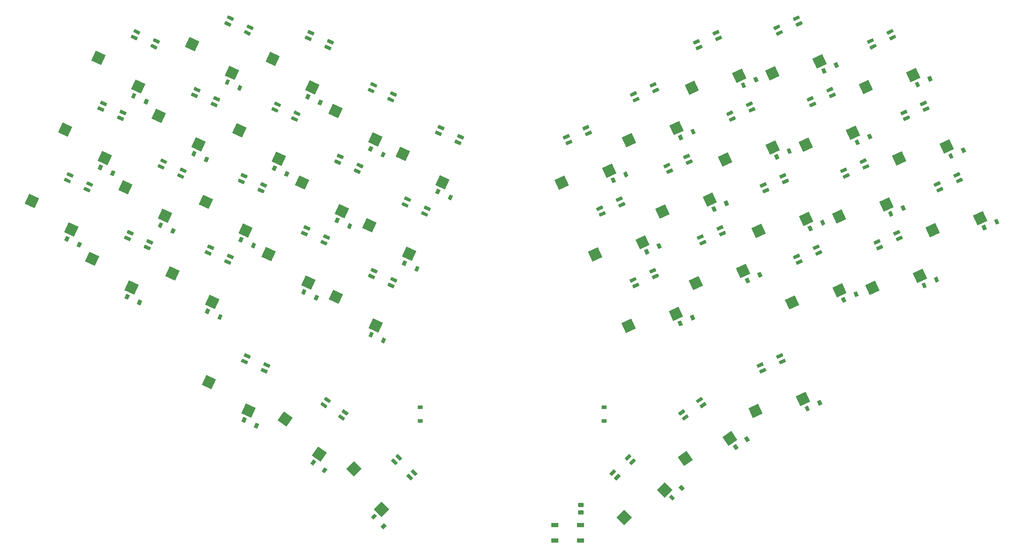
<source format=gbr>
%TF.GenerationSoftware,KiCad,Pcbnew,(5.1.10)-1*%
%TF.CreationDate,2021-12-17T13:46:14-08:00*%
%TF.ProjectId,barobord,6261726f-626f-4726-942e-6b696361645f,rev?*%
%TF.SameCoordinates,Original*%
%TF.FileFunction,Paste,Bot*%
%TF.FilePolarity,Positive*%
%FSLAX46Y46*%
G04 Gerber Fmt 4.6, Leading zero omitted, Abs format (unit mm)*
G04 Created by KiCad (PCBNEW (5.1.10)-1) date 2021-12-17 13:46:14*
%MOMM*%
%LPD*%
G01*
G04 APERTURE LIST*
%ADD10C,0.100000*%
%ADD11R,1.200000X0.900000*%
%ADD12R,1.800000X1.100000*%
G04 APERTURE END LIST*
D10*
%TO.C,SW40*%
G36*
X221910490Y-98215652D02*
G01*
X220811682Y-95859252D01*
X223168082Y-94760444D01*
X224266890Y-97116844D01*
X221910490Y-98215652D01*
G37*
G36*
X210512875Y-101103015D02*
G01*
X209414067Y-98746615D01*
X211770467Y-97647807D01*
X212869275Y-100004207D01*
X210512875Y-101103015D01*
G37*
%TD*%
%TO.C,SW39*%
G36*
X202577554Y-101713856D02*
G01*
X201478746Y-99357456D01*
X203835146Y-98258648D01*
X204933954Y-100615048D01*
X202577554Y-101713856D01*
G37*
G36*
X191179939Y-104601219D02*
G01*
X190081131Y-102244819D01*
X192437531Y-101146011D01*
X193536339Y-103502411D01*
X191179939Y-104601219D01*
G37*
%TD*%
%TO.C,SW38*%
G36*
X193810065Y-127869760D02*
G01*
X192711257Y-125513360D01*
X195067657Y-124414552D01*
X196166465Y-126770952D01*
X193810065Y-127869760D01*
G37*
G36*
X182412450Y-130757123D02*
G01*
X181313642Y-128400723D01*
X183670042Y-127301915D01*
X184768850Y-129658315D01*
X182412450Y-130757123D01*
G37*
%TD*%
%TO.C,SW37*%
G36*
X176545849Y-137439738D02*
G01*
X175054550Y-135309943D01*
X177184345Y-133818644D01*
X178675644Y-135948439D01*
X176545849Y-137439738D01*
G37*
G36*
X165822774Y-142262411D02*
G01*
X164331475Y-140132616D01*
X166461270Y-138641317D01*
X167952569Y-140771112D01*
X165822774Y-142262411D01*
G37*
%TD*%
%TO.C,SW36*%
G36*
X161205724Y-149862231D02*
G01*
X159367246Y-148023753D01*
X161205724Y-146185275D01*
X163044202Y-148023753D01*
X161205724Y-149862231D01*
G37*
G36*
X151483006Y-156473679D02*
G01*
X149644528Y-154635201D01*
X151483006Y-152796723D01*
X153321484Y-154635201D01*
X151483006Y-156473679D01*
G37*
%TD*%
%TO.C,SW35*%
G36*
X91279175Y-152655299D02*
G01*
X93117653Y-150816821D01*
X94956131Y-152655299D01*
X93117653Y-154493777D01*
X91279175Y-152655299D01*
G37*
G36*
X84667727Y-142932581D02*
G01*
X86506205Y-141094103D01*
X88344683Y-142932581D01*
X86506205Y-144771059D01*
X84667727Y-142932581D01*
G37*
%TD*%
%TO.C,SW34*%
G36*
X76381624Y-139705365D02*
G01*
X77872923Y-137575570D01*
X80002718Y-139066869D01*
X78511419Y-141196664D01*
X76381624Y-139705365D01*
G37*
G36*
X68182286Y-131278423D02*
G01*
X69673585Y-129148628D01*
X71803380Y-130639927D01*
X70312081Y-132769722D01*
X68182286Y-131278423D01*
G37*
%TD*%
%TO.C,SW33*%
G36*
X59461669Y-129539104D02*
G01*
X60560477Y-127182704D01*
X62916877Y-128281512D01*
X61818069Y-130637912D01*
X59461669Y-129539104D01*
G37*
G36*
X49923575Y-122663986D02*
G01*
X51022383Y-120307586D01*
X53378783Y-121406394D01*
X52279975Y-123762794D01*
X49923575Y-122663986D01*
G37*
%TD*%
%TO.C,SW32*%
G36*
X50694189Y-103383201D02*
G01*
X51792997Y-101026801D01*
X54149397Y-102125609D01*
X53050589Y-104482009D01*
X50694189Y-103383201D01*
G37*
G36*
X41156095Y-96508083D02*
G01*
X42254903Y-94151683D01*
X44611303Y-95250491D01*
X43512495Y-97606891D01*
X41156095Y-96508083D01*
G37*
%TD*%
%TO.C,SW31*%
G36*
X31361251Y-99884993D02*
G01*
X32460059Y-97528593D01*
X34816459Y-98627401D01*
X33717651Y-100983801D01*
X31361251Y-99884993D01*
G37*
G36*
X21823157Y-93009875D02*
G01*
X22921965Y-90653475D01*
X25278365Y-91752283D01*
X24179557Y-94108683D01*
X21823157Y-93009875D01*
G37*
%TD*%
%TO.C,SW30*%
G36*
X236383316Y-84294904D02*
G01*
X235284508Y-81938504D01*
X237640908Y-80839696D01*
X238739716Y-83196096D01*
X236383316Y-84294904D01*
G37*
G36*
X224985701Y-87182267D02*
G01*
X223886893Y-84825867D01*
X226243293Y-83727059D01*
X227342101Y-86083459D01*
X224985701Y-87182267D01*
G37*
%TD*%
%TO.C,SW29*%
G36*
X213880743Y-80995805D02*
G01*
X212781935Y-78639405D01*
X215138335Y-77540597D01*
X216237143Y-79896997D01*
X213880743Y-80995805D01*
G37*
G36*
X202483128Y-83883168D02*
G01*
X201384320Y-81526768D01*
X203740720Y-80427960D01*
X204839528Y-82784360D01*
X202483128Y-83883168D01*
G37*
%TD*%
%TO.C,SW28*%
G36*
X194547805Y-84494015D02*
G01*
X193448997Y-82137615D01*
X195805397Y-81038807D01*
X196904205Y-83395207D01*
X194547805Y-84494015D01*
G37*
G36*
X183150190Y-87381378D02*
G01*
X182051382Y-85024978D01*
X184407782Y-83926170D01*
X185506590Y-86282570D01*
X183150190Y-87381378D01*
G37*
%TD*%
%TO.C,SW27*%
G36*
X179441048Y-97055297D02*
G01*
X178342240Y-94698897D01*
X180698640Y-93600089D01*
X181797448Y-95956489D01*
X179441048Y-97055297D01*
G37*
G36*
X168043433Y-99942660D02*
G01*
X166944625Y-97586260D01*
X169301025Y-96487452D01*
X170399833Y-98843852D01*
X168043433Y-99942660D01*
G37*
%TD*%
%TO.C,SW26*%
G36*
X163277745Y-107350816D02*
G01*
X162178937Y-104994416D01*
X164535337Y-103895608D01*
X165634145Y-106252008D01*
X163277745Y-107350816D01*
G37*
G36*
X151880130Y-110238179D02*
G01*
X150781322Y-107881779D01*
X153137722Y-106782971D01*
X154236530Y-109139371D01*
X151880130Y-110238179D01*
G37*
%TD*%
%TO.C,SW25*%
G36*
X89993995Y-109020156D02*
G01*
X91092803Y-106663756D01*
X93449203Y-107762564D01*
X92350395Y-110118964D01*
X89993995Y-109020156D01*
G37*
G36*
X80455901Y-102145038D02*
G01*
X81554709Y-99788638D01*
X83911109Y-100887446D01*
X82812301Y-103243846D01*
X80455901Y-102145038D01*
G37*
%TD*%
%TO.C,SW24*%
G36*
X73830691Y-98724639D02*
G01*
X74929499Y-96368239D01*
X77285899Y-97467047D01*
X76187091Y-99823447D01*
X73830691Y-98724639D01*
G37*
G36*
X64292597Y-91849521D02*
G01*
X65391405Y-89493121D01*
X67747805Y-90591929D01*
X66648997Y-92948329D01*
X64292597Y-91849521D01*
G37*
%TD*%
%TO.C,SW23*%
G36*
X58723936Y-86163352D02*
G01*
X59822744Y-83806952D01*
X62179144Y-84905760D01*
X61080336Y-87262160D01*
X58723936Y-86163352D01*
G37*
G36*
X49185842Y-79288234D02*
G01*
X50284650Y-76931834D01*
X52641050Y-78030642D01*
X51542242Y-80387042D01*
X49185842Y-79288234D01*
G37*
%TD*%
%TO.C,SW22*%
G36*
X39390999Y-82665147D02*
G01*
X40489807Y-80308747D01*
X42846207Y-81407555D01*
X41747399Y-83763955D01*
X39390999Y-82665147D01*
G37*
G36*
X29852905Y-75790029D02*
G01*
X30951713Y-73433629D01*
X33308113Y-74532437D01*
X32209305Y-76888837D01*
X29852905Y-75790029D01*
G37*
%TD*%
%TO.C,SW21*%
G36*
X16888420Y-85964246D02*
G01*
X17987228Y-83607846D01*
X20343628Y-84706654D01*
X19244820Y-87063054D01*
X16888420Y-85964246D01*
G37*
G36*
X7350326Y-79089128D02*
G01*
X8449134Y-76732728D01*
X10805534Y-77831536D01*
X9706726Y-80187936D01*
X7350326Y-79089128D01*
G37*
%TD*%
%TO.C,SW20*%
G36*
X228353569Y-67075057D02*
G01*
X227254761Y-64718657D01*
X229611161Y-63619849D01*
X230709969Y-65976249D01*
X228353569Y-67075057D01*
G37*
G36*
X216955954Y-69962420D02*
G01*
X215857146Y-67606020D01*
X218213546Y-66507212D01*
X219312354Y-68863612D01*
X216955954Y-69962420D01*
G37*
%TD*%
%TO.C,SW19*%
G36*
X205850997Y-63775956D02*
G01*
X204752189Y-61419556D01*
X207108589Y-60320748D01*
X208207397Y-62677148D01*
X205850997Y-63775956D01*
G37*
G36*
X194453382Y-66663319D02*
G01*
X193354574Y-64306919D01*
X195710974Y-63208111D01*
X196809782Y-65564511D01*
X194453382Y-66663319D01*
G37*
%TD*%
%TO.C,SW18*%
G36*
X186518055Y-67274166D02*
G01*
X185419247Y-64917766D01*
X187775647Y-63818958D01*
X188874455Y-66175358D01*
X186518055Y-67274166D01*
G37*
G36*
X175120440Y-70161529D02*
G01*
X174021632Y-67805129D01*
X176378032Y-66706321D01*
X177476840Y-69062721D01*
X175120440Y-70161529D01*
G37*
%TD*%
%TO.C,SW17*%
G36*
X171411303Y-79835452D02*
G01*
X170312495Y-77479052D01*
X172668895Y-76380244D01*
X173767703Y-78736644D01*
X171411303Y-79835452D01*
G37*
G36*
X160013688Y-82722815D02*
G01*
X158914880Y-80366415D01*
X161271280Y-79267607D01*
X162370088Y-81624007D01*
X160013688Y-82722815D01*
G37*
%TD*%
%TO.C,SW16*%
G36*
X155247996Y-90130969D02*
G01*
X154149188Y-87774569D01*
X156505588Y-86675761D01*
X157604396Y-89032161D01*
X155247996Y-90130969D01*
G37*
G36*
X143850381Y-93018332D02*
G01*
X142751573Y-90661932D01*
X145107973Y-89563124D01*
X146206781Y-91919524D01*
X143850381Y-93018332D01*
G37*
%TD*%
%TO.C,SW15*%
G36*
X98023742Y-91800312D02*
G01*
X99122550Y-89443912D01*
X101478950Y-90542720D01*
X100380142Y-92899120D01*
X98023742Y-91800312D01*
G37*
G36*
X88485648Y-84925194D02*
G01*
X89584456Y-82568794D01*
X91940856Y-83667602D01*
X90842048Y-86024002D01*
X88485648Y-84925194D01*
G37*
%TD*%
%TO.C,SW14*%
G36*
X81860438Y-81504793D02*
G01*
X82959246Y-79148393D01*
X85315646Y-80247201D01*
X84216838Y-82603601D01*
X81860438Y-81504793D01*
G37*
G36*
X72322344Y-74629675D02*
G01*
X73421152Y-72273275D01*
X75777552Y-73372083D01*
X74678744Y-75728483D01*
X72322344Y-74629675D01*
G37*
%TD*%
%TO.C,SW13*%
G36*
X66753683Y-68943508D02*
G01*
X67852491Y-66587108D01*
X70208891Y-67685916D01*
X69110083Y-70042316D01*
X66753683Y-68943508D01*
G37*
G36*
X57215589Y-62068390D02*
G01*
X58314397Y-59711990D01*
X60670797Y-60810798D01*
X59571989Y-63167198D01*
X57215589Y-62068390D01*
G37*
%TD*%
%TO.C,SW12*%
G36*
X47420745Y-65445298D02*
G01*
X48519553Y-63088898D01*
X50875953Y-64187706D01*
X49777145Y-66544106D01*
X47420745Y-65445298D01*
G37*
G36*
X37882651Y-58570180D02*
G01*
X38981459Y-56213780D01*
X41337859Y-57312588D01*
X40239051Y-59668988D01*
X37882651Y-58570180D01*
G37*
%TD*%
%TO.C,SW11*%
G36*
X24918171Y-68744398D02*
G01*
X26016979Y-66387998D01*
X28373379Y-67486806D01*
X27274571Y-69843206D01*
X24918171Y-68744398D01*
G37*
G36*
X15380077Y-61869280D02*
G01*
X16478885Y-59512880D01*
X18835285Y-60611688D01*
X17736477Y-62968088D01*
X15380077Y-61869280D01*
G37*
%TD*%
%TO.C,SW10*%
G36*
X220323823Y-49855210D02*
G01*
X219225015Y-47498810D01*
X221581415Y-46400002D01*
X222680223Y-48756402D01*
X220323823Y-49855210D01*
G37*
G36*
X208926208Y-52742573D02*
G01*
X207827400Y-50386173D01*
X210183800Y-49287365D01*
X211282608Y-51643765D01*
X208926208Y-52742573D01*
G37*
%TD*%
%TO.C,SW9*%
G36*
X197821248Y-46556111D02*
G01*
X196722440Y-44199711D01*
X199078840Y-43100903D01*
X200177648Y-45457303D01*
X197821248Y-46556111D01*
G37*
G36*
X186423633Y-49443474D02*
G01*
X185324825Y-47087074D01*
X187681225Y-45988266D01*
X188780033Y-48344666D01*
X186423633Y-49443474D01*
G37*
%TD*%
%TO.C,SW8*%
G36*
X178488311Y-50054321D02*
G01*
X177389503Y-47697921D01*
X179745903Y-46599113D01*
X180844711Y-48955513D01*
X178488311Y-50054321D01*
G37*
G36*
X167090696Y-52941684D02*
G01*
X165991888Y-50585284D01*
X168348288Y-49486476D01*
X169447096Y-51842876D01*
X167090696Y-52941684D01*
G37*
%TD*%
%TO.C,SW7*%
G36*
X163381556Y-62615604D02*
G01*
X162282748Y-60259204D01*
X164639148Y-59160396D01*
X165737956Y-61516796D01*
X163381556Y-62615604D01*
G37*
G36*
X151983941Y-65502967D02*
G01*
X150885133Y-63146567D01*
X153241533Y-62047759D01*
X154340341Y-64404159D01*
X151983941Y-65502967D01*
G37*
%TD*%
%TO.C,SW6*%
G36*
X147218250Y-72911117D02*
G01*
X146119442Y-70554717D01*
X148475842Y-69455909D01*
X149574650Y-71812309D01*
X147218250Y-72911117D01*
G37*
G36*
X135820635Y-75798480D02*
G01*
X134721827Y-73442080D01*
X137078227Y-72343272D01*
X138177035Y-74699672D01*
X135820635Y-75798480D01*
G37*
%TD*%
%TO.C,SW5*%
G36*
X106053486Y-74580462D02*
G01*
X107152294Y-72224062D01*
X109508694Y-73322870D01*
X108409886Y-75679270D01*
X106053486Y-74580462D01*
G37*
G36*
X96515392Y-67705344D02*
G01*
X97614200Y-65348944D01*
X99970600Y-66447752D01*
X98871792Y-68804152D01*
X96515392Y-67705344D01*
G37*
%TD*%
%TO.C,SW4*%
G36*
X89890185Y-64284944D02*
G01*
X90988993Y-61928544D01*
X93345393Y-63027352D01*
X92246585Y-65383752D01*
X89890185Y-64284944D01*
G37*
G36*
X80352091Y-57409826D02*
G01*
X81450899Y-55053426D01*
X83807299Y-56152234D01*
X82708491Y-58508634D01*
X80352091Y-57409826D01*
G37*
%TD*%
%TO.C,SW3*%
G36*
X74783429Y-51723660D02*
G01*
X75882237Y-49367260D01*
X78238637Y-50466068D01*
X77139829Y-52822468D01*
X74783429Y-51723660D01*
G37*
G36*
X65245335Y-44848542D02*
G01*
X66344143Y-42492142D01*
X68700543Y-43590950D01*
X67601735Y-45947350D01*
X65245335Y-44848542D01*
G37*
%TD*%
%TO.C,SW2*%
G36*
X55450492Y-48225453D02*
G01*
X56549300Y-45869053D01*
X58905700Y-46967861D01*
X57806892Y-49324261D01*
X55450492Y-48225453D01*
G37*
G36*
X45912398Y-41350335D02*
G01*
X47011206Y-38993935D01*
X49367606Y-40092743D01*
X48268798Y-42449143D01*
X45912398Y-41350335D01*
G37*
%TD*%
%TO.C,SW1*%
G36*
X32947915Y-51524552D02*
G01*
X34046723Y-49168152D01*
X36403123Y-50266960D01*
X35304315Y-52623360D01*
X32947915Y-51524552D01*
G37*
G36*
X23409821Y-44649434D02*
G01*
X24508629Y-42293034D01*
X26865029Y-43391842D01*
X25766221Y-45748242D01*
X23409821Y-44649434D01*
G37*
%TD*%
%TO.C,D56*%
G36*
G01*
X99882686Y-78687355D02*
X98581228Y-78080475D01*
G75*
G02*
X98541566Y-77971503I34655J74317D01*
G01*
X98818804Y-77376965D01*
G75*
G02*
X98927776Y-77337303I74317J-34655D01*
G01*
X100229234Y-77944183D01*
G75*
G02*
X100268896Y-78053155I-34655J-74317D01*
G01*
X99991658Y-78647693D01*
G75*
G02*
X99882686Y-78687355I-74317J34655D01*
G01*
G37*
G36*
G01*
X99248758Y-80046817D02*
X97947300Y-79439937D01*
G75*
G02*
X97907638Y-79330965I34655J74317D01*
G01*
X98184876Y-78736427D01*
G75*
G02*
X98293848Y-78696765I74317J-34655D01*
G01*
X99595306Y-79303645D01*
G75*
G02*
X99634968Y-79412617I-34655J-74317D01*
G01*
X99357730Y-80007155D01*
G75*
G02*
X99248758Y-80046817I-74317J34655D01*
G01*
G37*
G36*
G01*
X104595486Y-80884970D02*
X103294028Y-80278090D01*
G75*
G02*
X103254366Y-80169118I34655J74317D01*
G01*
X103531604Y-79574580D01*
G75*
G02*
X103640576Y-79534918I74317J-34655D01*
G01*
X104942034Y-80141798D01*
G75*
G02*
X104981696Y-80250770I-34655J-74317D01*
G01*
X104704458Y-80845308D01*
G75*
G02*
X104595486Y-80884970I-74317J34655D01*
G01*
G37*
G36*
G01*
X103961559Y-82244432D02*
X102660101Y-81637552D01*
G75*
G02*
X102620439Y-81528580I34655J74317D01*
G01*
X102897677Y-80934042D01*
G75*
G02*
X103006649Y-80894380I74317J-34655D01*
G01*
X104308107Y-81501260D01*
G75*
G02*
X104347769Y-81610232I-34655J-74317D01*
G01*
X104070531Y-82204770D01*
G75*
G02*
X103961559Y-82244432I-74317J34655D01*
G01*
G37*
%TD*%
%TO.C,D59*%
G36*
G01*
X80489368Y-127114426D02*
X79313066Y-126290770D01*
G75*
G02*
X79292929Y-126176567I47033J67170D01*
G01*
X79669195Y-125639203D01*
G75*
G02*
X79783398Y-125619066I67170J-47033D01*
G01*
X80959700Y-126442722D01*
G75*
G02*
X80979837Y-126556925I-47033J-67170D01*
G01*
X80603571Y-127094289D01*
G75*
G02*
X80489368Y-127114426I-67170J47033D01*
G01*
G37*
G36*
G01*
X79629003Y-128343154D02*
X78452701Y-127519498D01*
G75*
G02*
X78432564Y-127405295I47033J67170D01*
G01*
X78808830Y-126867931D01*
G75*
G02*
X78923033Y-126847794I67170J-47033D01*
G01*
X80099335Y-127671450D01*
G75*
G02*
X80119472Y-127785653I-47033J-67170D01*
G01*
X79743206Y-128323017D01*
G75*
G02*
X79629003Y-128343154I-67170J47033D01*
G01*
G37*
G36*
G01*
X84748958Y-130097023D02*
X83572656Y-129273367D01*
G75*
G02*
X83552519Y-129159164I47033J67170D01*
G01*
X83928785Y-128621800D01*
G75*
G02*
X84042988Y-128601663I67170J-47033D01*
G01*
X85219290Y-129425319D01*
G75*
G02*
X85239427Y-129539522I-47033J-67170D01*
G01*
X84863161Y-130076886D01*
G75*
G02*
X84748958Y-130097023I-67170J47033D01*
G01*
G37*
G36*
G01*
X83888594Y-131325751D02*
X82712292Y-130502095D01*
G75*
G02*
X82692155Y-130387892I47033J67170D01*
G01*
X83068421Y-129850528D01*
G75*
G02*
X83182624Y-129830391I67170J-47033D01*
G01*
X84358926Y-130654047D01*
G75*
G02*
X84379063Y-130768250I-47033J-67170D01*
G01*
X84002797Y-131305614D01*
G75*
G02*
X83888594Y-131325751I-67170J47033D01*
G01*
G37*
%TD*%
D11*
%TO.C,D82*%
X146648502Y-128081846D03*
X146648502Y-131381846D03*
%TD*%
%TO.C,D81*%
X102448507Y-128081843D03*
X102448507Y-131381843D03*
%TD*%
%TO.C,D57*%
G36*
G01*
X91852939Y-95907199D02*
X90551481Y-95300319D01*
G75*
G02*
X90511819Y-95191347I34655J74317D01*
G01*
X90789057Y-94596809D01*
G75*
G02*
X90898029Y-94557147I74317J-34655D01*
G01*
X92199487Y-95164027D01*
G75*
G02*
X92239149Y-95272999I-34655J-74317D01*
G01*
X91961911Y-95867537D01*
G75*
G02*
X91852939Y-95907199I-74317J34655D01*
G01*
G37*
G36*
G01*
X91219011Y-97266661D02*
X89917553Y-96659781D01*
G75*
G02*
X89877891Y-96550809I34655J74317D01*
G01*
X90155129Y-95956271D01*
G75*
G02*
X90264101Y-95916609I74317J-34655D01*
G01*
X91565559Y-96523489D01*
G75*
G02*
X91605221Y-96632461I-34655J-74317D01*
G01*
X91327983Y-97226999D01*
G75*
G02*
X91219011Y-97266661I-74317J34655D01*
G01*
G37*
G36*
G01*
X96565739Y-98104814D02*
X95264281Y-97497934D01*
G75*
G02*
X95224619Y-97388962I34655J74317D01*
G01*
X95501857Y-96794424D01*
G75*
G02*
X95610829Y-96754762I74317J-34655D01*
G01*
X96912287Y-97361642D01*
G75*
G02*
X96951949Y-97470614I-34655J-74317D01*
G01*
X96674711Y-98065152D01*
G75*
G02*
X96565739Y-98104814I-74317J34655D01*
G01*
G37*
G36*
G01*
X95931812Y-99464276D02*
X94630354Y-98857396D01*
G75*
G02*
X94590692Y-98748424I34655J74317D01*
G01*
X94867930Y-98153886D01*
G75*
G02*
X94976902Y-98114224I74317J-34655D01*
G01*
X96278360Y-98721104D01*
G75*
G02*
X96318022Y-98830076I-34655J-74317D01*
G01*
X96040784Y-99424614D01*
G75*
G02*
X95931812Y-99464276I-74317J34655D01*
G01*
G37*
%TD*%
%TO.C,D45*%
G36*
G01*
X41249943Y-69552190D02*
X39948485Y-68945310D01*
G75*
G02*
X39908823Y-68836338I34655J74317D01*
G01*
X40186061Y-68241800D01*
G75*
G02*
X40295033Y-68202138I74317J-34655D01*
G01*
X41596491Y-68809018D01*
G75*
G02*
X41636153Y-68917990I-34655J-74317D01*
G01*
X41358915Y-69512528D01*
G75*
G02*
X41249943Y-69552190I-74317J34655D01*
G01*
G37*
G36*
G01*
X40616015Y-70911652D02*
X39314557Y-70304772D01*
G75*
G02*
X39274895Y-70195800I34655J74317D01*
G01*
X39552133Y-69601262D01*
G75*
G02*
X39661105Y-69561600I74317J-34655D01*
G01*
X40962563Y-70168480D01*
G75*
G02*
X41002225Y-70277452I-34655J-74317D01*
G01*
X40724987Y-70871990D01*
G75*
G02*
X40616015Y-70911652I-74317J34655D01*
G01*
G37*
G36*
G01*
X45962743Y-71749805D02*
X44661285Y-71142925D01*
G75*
G02*
X44621623Y-71033953I34655J74317D01*
G01*
X44898861Y-70439415D01*
G75*
G02*
X45007833Y-70399753I74317J-34655D01*
G01*
X46309291Y-71006633D01*
G75*
G02*
X46348953Y-71115605I-34655J-74317D01*
G01*
X46071715Y-71710143D01*
G75*
G02*
X45962743Y-71749805I-74317J34655D01*
G01*
G37*
G36*
G01*
X45328816Y-73109267D02*
X44027358Y-72502387D01*
G75*
G02*
X43987696Y-72393415I34655J74317D01*
G01*
X44264934Y-71798877D01*
G75*
G02*
X44373906Y-71759215I74317J-34655D01*
G01*
X45675364Y-72366095D01*
G75*
G02*
X45715026Y-72475067I-34655J-74317D01*
G01*
X45437788Y-73069605D01*
G75*
G02*
X45328816Y-73109267I-74317J34655D01*
G01*
G37*
%TD*%
%TO.C,D65*%
G36*
G01*
X146397794Y-80278088D02*
X145096336Y-80884968D01*
G75*
G02*
X144987364Y-80845306I-34655J74317D01*
G01*
X144710126Y-80250768D01*
G75*
G02*
X144749788Y-80141796I74317J34655D01*
G01*
X146051246Y-79534916D01*
G75*
G02*
X146160218Y-79574578I34655J-74317D01*
G01*
X146437456Y-80169116D01*
G75*
G02*
X146397794Y-80278088I-74317J-34655D01*
G01*
G37*
G36*
G01*
X147031721Y-81637550D02*
X145730263Y-82244430D01*
G75*
G02*
X145621291Y-82204768I-34655J74317D01*
G01*
X145344053Y-81610230D01*
G75*
G02*
X145383715Y-81501258I74317J34655D01*
G01*
X146685173Y-80894378D01*
G75*
G02*
X146794145Y-80934040I34655J-74317D01*
G01*
X147071383Y-81528578D01*
G75*
G02*
X147031721Y-81637550I-74317J-34655D01*
G01*
G37*
G36*
G01*
X151110594Y-78080473D02*
X149809136Y-78687353D01*
G75*
G02*
X149700164Y-78647691I-34655J74317D01*
G01*
X149422926Y-78053153D01*
G75*
G02*
X149462588Y-77944181I74317J34655D01*
G01*
X150764046Y-77337301D01*
G75*
G02*
X150873018Y-77376963I34655J-74317D01*
G01*
X151150256Y-77971501D01*
G75*
G02*
X151110594Y-78080473I-74317J-34655D01*
G01*
G37*
G36*
G01*
X151744522Y-79439935D02*
X150443064Y-80046815D01*
G75*
G02*
X150334092Y-80007153I-34655J74317D01*
G01*
X150056854Y-79412615D01*
G75*
G02*
X150096516Y-79303643I74317J34655D01*
G01*
X151397974Y-78696763D01*
G75*
G02*
X151506946Y-78736425I34655J-74317D01*
G01*
X151784184Y-79330963D01*
G75*
G02*
X151744522Y-79439935I-74317J-34655D01*
G01*
G37*
%TD*%
%TO.C,D53*%
G36*
G01*
X83719382Y-68391836D02*
X82417924Y-67784956D01*
G75*
G02*
X82378262Y-67675984I34655J74317D01*
G01*
X82655500Y-67081446D01*
G75*
G02*
X82764472Y-67041784I74317J-34655D01*
G01*
X84065930Y-67648664D01*
G75*
G02*
X84105592Y-67757636I-34655J-74317D01*
G01*
X83828354Y-68352174D01*
G75*
G02*
X83719382Y-68391836I-74317J34655D01*
G01*
G37*
G36*
G01*
X83085454Y-69751298D02*
X81783996Y-69144418D01*
G75*
G02*
X81744334Y-69035446I34655J74317D01*
G01*
X82021572Y-68440908D01*
G75*
G02*
X82130544Y-68401246I74317J-34655D01*
G01*
X83432002Y-69008126D01*
G75*
G02*
X83471664Y-69117098I-34655J-74317D01*
G01*
X83194426Y-69711636D01*
G75*
G02*
X83085454Y-69751298I-74317J34655D01*
G01*
G37*
G36*
G01*
X88432182Y-70589451D02*
X87130724Y-69982571D01*
G75*
G02*
X87091062Y-69873599I34655J74317D01*
G01*
X87368300Y-69279061D01*
G75*
G02*
X87477272Y-69239399I74317J-34655D01*
G01*
X88778730Y-69846279D01*
G75*
G02*
X88818392Y-69955251I-34655J-74317D01*
G01*
X88541154Y-70549789D01*
G75*
G02*
X88432182Y-70589451I-74317J34655D01*
G01*
G37*
G36*
G01*
X87798255Y-71948913D02*
X86496797Y-71342033D01*
G75*
G02*
X86457135Y-71233061I34655J74317D01*
G01*
X86734373Y-70638523D01*
G75*
G02*
X86843345Y-70598861I74317J-34655D01*
G01*
X88144803Y-71205741D01*
G75*
G02*
X88184465Y-71314713I-34655J-74317D01*
G01*
X87907227Y-71909251D01*
G75*
G02*
X87798255Y-71948913I-74317J34655D01*
G01*
G37*
%TD*%
%TO.C,D52*%
G36*
G01*
X75689635Y-85611682D02*
X74388177Y-85004802D01*
G75*
G02*
X74348515Y-84895830I34655J74317D01*
G01*
X74625753Y-84301292D01*
G75*
G02*
X74734725Y-84261630I74317J-34655D01*
G01*
X76036183Y-84868510D01*
G75*
G02*
X76075845Y-84977482I-34655J-74317D01*
G01*
X75798607Y-85572020D01*
G75*
G02*
X75689635Y-85611682I-74317J34655D01*
G01*
G37*
G36*
G01*
X75055707Y-86971144D02*
X73754249Y-86364264D01*
G75*
G02*
X73714587Y-86255292I34655J74317D01*
G01*
X73991825Y-85660754D01*
G75*
G02*
X74100797Y-85621092I74317J-34655D01*
G01*
X75402255Y-86227972D01*
G75*
G02*
X75441917Y-86336944I-34655J-74317D01*
G01*
X75164679Y-86931482D01*
G75*
G02*
X75055707Y-86971144I-74317J34655D01*
G01*
G37*
G36*
G01*
X80402435Y-87809297D02*
X79100977Y-87202417D01*
G75*
G02*
X79061315Y-87093445I34655J74317D01*
G01*
X79338553Y-86498907D01*
G75*
G02*
X79447525Y-86459245I74317J-34655D01*
G01*
X80748983Y-87066125D01*
G75*
G02*
X80788645Y-87175097I-34655J-74317D01*
G01*
X80511407Y-87769635D01*
G75*
G02*
X80402435Y-87809297I-74317J34655D01*
G01*
G37*
G36*
G01*
X79768508Y-89168759D02*
X78467050Y-88561879D01*
G75*
G02*
X78427388Y-88452907I34655J74317D01*
G01*
X78704626Y-87858369D01*
G75*
G02*
X78813598Y-87818707I74317J-34655D01*
G01*
X80115056Y-88425587D01*
G75*
G02*
X80154718Y-88534559I-34655J-74317D01*
G01*
X79877480Y-89129097D01*
G75*
G02*
X79768508Y-89168759I-74317J34655D01*
G01*
G37*
%TD*%
%TO.C,D54*%
G36*
G01*
X91749129Y-51171987D02*
X90447671Y-50565107D01*
G75*
G02*
X90408009Y-50456135I34655J74317D01*
G01*
X90685247Y-49861597D01*
G75*
G02*
X90794219Y-49821935I74317J-34655D01*
G01*
X92095677Y-50428815D01*
G75*
G02*
X92135339Y-50537787I-34655J-74317D01*
G01*
X91858101Y-51132325D01*
G75*
G02*
X91749129Y-51171987I-74317J34655D01*
G01*
G37*
G36*
G01*
X91115201Y-52531449D02*
X89813743Y-51924569D01*
G75*
G02*
X89774081Y-51815597I34655J74317D01*
G01*
X90051319Y-51221059D01*
G75*
G02*
X90160291Y-51181397I74317J-34655D01*
G01*
X91461749Y-51788277D01*
G75*
G02*
X91501411Y-51897249I-34655J-74317D01*
G01*
X91224173Y-52491787D01*
G75*
G02*
X91115201Y-52531449I-74317J34655D01*
G01*
G37*
G36*
G01*
X96461929Y-53369602D02*
X95160471Y-52762722D01*
G75*
G02*
X95120809Y-52653750I34655J74317D01*
G01*
X95398047Y-52059212D01*
G75*
G02*
X95507019Y-52019550I74317J-34655D01*
G01*
X96808477Y-52626430D01*
G75*
G02*
X96848139Y-52735402I-34655J-74317D01*
G01*
X96570901Y-53329940D01*
G75*
G02*
X96461929Y-53369602I-74317J34655D01*
G01*
G37*
G36*
G01*
X95828002Y-54729064D02*
X94526544Y-54122184D01*
G75*
G02*
X94486882Y-54013212I34655J74317D01*
G01*
X94764120Y-53418674D01*
G75*
G02*
X94873092Y-53379012I74317J-34655D01*
G01*
X96174550Y-53985892D01*
G75*
G02*
X96214212Y-54094864I-34655J-74317D01*
G01*
X95936974Y-54689402D01*
G75*
G02*
X95828002Y-54729064I-74317J34655D01*
G01*
G37*
%TD*%
D12*
%TO.C,SW41*%
X134752661Y-156482241D03*
X140952661Y-160182241D03*
X134752661Y-160182241D03*
X140952661Y-156482241D03*
%TD*%
%TO.C,R4*%
G36*
G01*
X140602660Y-152932241D02*
X141502664Y-152932241D01*
G75*
G02*
X141752662Y-153182239I0J-249998D01*
G01*
X141752662Y-153707243D01*
G75*
G02*
X141502664Y-153957241I-249998J0D01*
G01*
X140602660Y-153957241D01*
G75*
G02*
X140352662Y-153707243I0J249998D01*
G01*
X140352662Y-153182239D01*
G75*
G02*
X140602660Y-152932241I249998J0D01*
G01*
G37*
G36*
G01*
X140602660Y-151107241D02*
X141502664Y-151107241D01*
G75*
G02*
X141752662Y-151357239I0J-249998D01*
G01*
X141752662Y-151882243D01*
G75*
G02*
X141502664Y-152132241I-249998J0D01*
G01*
X140602660Y-152132241D01*
G75*
G02*
X140352662Y-151882243I0J249998D01*
G01*
X140352662Y-151357239D01*
G75*
G02*
X140602660Y-151107241I249998J0D01*
G01*
G37*
%TD*%
%TO.C,D77*%
G36*
G01*
X213060288Y-88362771D02*
X211758830Y-88969651D01*
G75*
G02*
X211649858Y-88929989I-34655J74317D01*
G01*
X211372620Y-88335451D01*
G75*
G02*
X211412282Y-88226479I74317J34655D01*
G01*
X212713740Y-87619599D01*
G75*
G02*
X212822712Y-87659261I34655J-74317D01*
G01*
X213099950Y-88253799D01*
G75*
G02*
X213060288Y-88362771I-74317J-34655D01*
G01*
G37*
G36*
G01*
X213694215Y-89722233D02*
X212392757Y-90329113D01*
G75*
G02*
X212283785Y-90289451I-34655J74317D01*
G01*
X212006547Y-89694913D01*
G75*
G02*
X212046209Y-89585941I74317J34655D01*
G01*
X213347667Y-88979061D01*
G75*
G02*
X213456639Y-89018723I34655J-74317D01*
G01*
X213733877Y-89613261D01*
G75*
G02*
X213694215Y-89722233I-74317J-34655D01*
G01*
G37*
G36*
G01*
X217773088Y-86165156D02*
X216471630Y-86772036D01*
G75*
G02*
X216362658Y-86732374I-34655J74317D01*
G01*
X216085420Y-86137836D01*
G75*
G02*
X216125082Y-86028864I74317J34655D01*
G01*
X217426540Y-85421984D01*
G75*
G02*
X217535512Y-85461646I34655J-74317D01*
G01*
X217812750Y-86056184D01*
G75*
G02*
X217773088Y-86165156I-74317J-34655D01*
G01*
G37*
G36*
G01*
X218407016Y-87524618D02*
X217105558Y-88131498D01*
G75*
G02*
X216996586Y-88091836I-34655J74317D01*
G01*
X216719348Y-87497298D01*
G75*
G02*
X216759010Y-87388326I74317J34655D01*
G01*
X218060468Y-86781446D01*
G75*
G02*
X218169440Y-86821108I34655J-74317D01*
G01*
X218446678Y-87415646D01*
G75*
G02*
X218407016Y-87524618I-74317J-34655D01*
G01*
G37*
%TD*%
%TO.C,D70*%
G36*
G01*
X193727352Y-91860975D02*
X192425894Y-92467855D01*
G75*
G02*
X192316922Y-92428193I-34655J74317D01*
G01*
X192039684Y-91833655D01*
G75*
G02*
X192079346Y-91724683I74317J34655D01*
G01*
X193380804Y-91117803D01*
G75*
G02*
X193489776Y-91157465I34655J-74317D01*
G01*
X193767014Y-91752003D01*
G75*
G02*
X193727352Y-91860975I-74317J-34655D01*
G01*
G37*
G36*
G01*
X194361279Y-93220437D02*
X193059821Y-93827317D01*
G75*
G02*
X192950849Y-93787655I-34655J74317D01*
G01*
X192673611Y-93193117D01*
G75*
G02*
X192713273Y-93084145I74317J34655D01*
G01*
X194014731Y-92477265D01*
G75*
G02*
X194123703Y-92516927I34655J-74317D01*
G01*
X194400941Y-93111465D01*
G75*
G02*
X194361279Y-93220437I-74317J-34655D01*
G01*
G37*
G36*
G01*
X198440152Y-89663360D02*
X197138694Y-90270240D01*
G75*
G02*
X197029722Y-90230578I-34655J74317D01*
G01*
X196752484Y-89636040D01*
G75*
G02*
X196792146Y-89527068I74317J34655D01*
G01*
X198093604Y-88920188D01*
G75*
G02*
X198202576Y-88959850I34655J-74317D01*
G01*
X198479814Y-89554388D01*
G75*
G02*
X198440152Y-89663360I-74317J-34655D01*
G01*
G37*
G36*
G01*
X199074080Y-91022822D02*
X197772622Y-91629702D01*
G75*
G02*
X197663650Y-91590040I-34655J74317D01*
G01*
X197386412Y-90995502D01*
G75*
G02*
X197426074Y-90886530I74317J34655D01*
G01*
X198727532Y-90279650D01*
G75*
G02*
X198836504Y-90319312I34655J-74317D01*
G01*
X199113742Y-90913850D01*
G75*
G02*
X199074080Y-91022822I-74317J-34655D01*
G01*
G37*
%TD*%
%TO.C,D63*%
G36*
G01*
X184959863Y-118016879D02*
X183658405Y-118623759D01*
G75*
G02*
X183549433Y-118584097I-34655J74317D01*
G01*
X183272195Y-117989559D01*
G75*
G02*
X183311857Y-117880587I74317J34655D01*
G01*
X184613315Y-117273707D01*
G75*
G02*
X184722287Y-117313369I34655J-74317D01*
G01*
X184999525Y-117907907D01*
G75*
G02*
X184959863Y-118016879I-74317J-34655D01*
G01*
G37*
G36*
G01*
X185593790Y-119376341D02*
X184292332Y-119983221D01*
G75*
G02*
X184183360Y-119943559I-34655J74317D01*
G01*
X183906122Y-119349021D01*
G75*
G02*
X183945784Y-119240049I74317J34655D01*
G01*
X185247242Y-118633169D01*
G75*
G02*
X185356214Y-118672831I34655J-74317D01*
G01*
X185633452Y-119267369D01*
G75*
G02*
X185593790Y-119376341I-74317J-34655D01*
G01*
G37*
G36*
G01*
X189672663Y-115819264D02*
X188371205Y-116426144D01*
G75*
G02*
X188262233Y-116386482I-34655J74317D01*
G01*
X187984995Y-115791944D01*
G75*
G02*
X188024657Y-115682972I74317J34655D01*
G01*
X189326115Y-115076092D01*
G75*
G02*
X189435087Y-115115754I34655J-74317D01*
G01*
X189712325Y-115710292D01*
G75*
G02*
X189672663Y-115819264I-74317J-34655D01*
G01*
G37*
G36*
G01*
X190306591Y-117178726D02*
X189005133Y-117785606D01*
G75*
G02*
X188896161Y-117745944I-34655J74317D01*
G01*
X188618923Y-117151406D01*
G75*
G02*
X188658585Y-117042434I74317J34655D01*
G01*
X189960043Y-116435554D01*
G75*
G02*
X190069015Y-116475216I34655J-74317D01*
G01*
X190346253Y-117069754D01*
G75*
G02*
X190306591Y-117178726I-74317J-34655D01*
G01*
G37*
%TD*%
%TO.C,D62*%
G36*
G01*
X166119166Y-129273366D02*
X164942864Y-130097022D01*
G75*
G02*
X164828661Y-130076885I-47033J67170D01*
G01*
X164452395Y-129539521D01*
G75*
G02*
X164472532Y-129425318I67170J47033D01*
G01*
X165648834Y-128601662D01*
G75*
G02*
X165763037Y-128621799I47033J-67170D01*
G01*
X166139303Y-129159163D01*
G75*
G02*
X166119166Y-129273366I-67170J-47033D01*
G01*
G37*
G36*
G01*
X166979530Y-130502094D02*
X165803228Y-131325750D01*
G75*
G02*
X165689025Y-131305613I-47033J67170D01*
G01*
X165312759Y-130768249D01*
G75*
G02*
X165332896Y-130654046I67170J47033D01*
G01*
X166509198Y-129830390D01*
G75*
G02*
X166623401Y-129850527I47033J-67170D01*
G01*
X166999667Y-130387891D01*
G75*
G02*
X166979530Y-130502094I-67170J-47033D01*
G01*
G37*
G36*
G01*
X170378756Y-126290769D02*
X169202454Y-127114425D01*
G75*
G02*
X169088251Y-127094288I-47033J67170D01*
G01*
X168711985Y-126556924D01*
G75*
G02*
X168732122Y-126442721I67170J47033D01*
G01*
X169908424Y-125619065D01*
G75*
G02*
X170022627Y-125639202I47033J-67170D01*
G01*
X170398893Y-126176566D01*
G75*
G02*
X170378756Y-126290769I-67170J-47033D01*
G01*
G37*
G36*
G01*
X171239121Y-127519497D02*
X170062819Y-128343153D01*
G75*
G02*
X169948616Y-128323016I-47033J67170D01*
G01*
X169572350Y-127785652D01*
G75*
G02*
X169592487Y-127671449I67170J47033D01*
G01*
X170768789Y-126847793D01*
G75*
G02*
X170882992Y-126867930I47033J-67170D01*
G01*
X171259258Y-127405294D01*
G75*
G02*
X171239121Y-127519497I-67170J-47033D01*
G01*
G37*
%TD*%
%TO.C,D61*%
G36*
G01*
X149519372Y-143630499D02*
X148503966Y-144645905D01*
G75*
G02*
X148388000Y-144645905I-57983J57983D01*
G01*
X147924138Y-144182043D01*
G75*
G02*
X147924138Y-144066077I57983J57983D01*
G01*
X148939544Y-143050671D01*
G75*
G02*
X149055510Y-143050671I57983J-57983D01*
G01*
X149519372Y-143514533D01*
G75*
G02*
X149519372Y-143630499I-57983J-57983D01*
G01*
G37*
G36*
G01*
X150580032Y-144691159D02*
X149564626Y-145706565D01*
G75*
G02*
X149448660Y-145706565I-57983J57983D01*
G01*
X148984798Y-145242703D01*
G75*
G02*
X148984798Y-145126737I57983J57983D01*
G01*
X150000204Y-144111331D01*
G75*
G02*
X150116170Y-144111331I57983J-57983D01*
G01*
X150580032Y-144575193D01*
G75*
G02*
X150580032Y-144691159I-57983J-57983D01*
G01*
G37*
G36*
G01*
X153196327Y-139953544D02*
X152180921Y-140968950D01*
G75*
G02*
X152064955Y-140968950I-57983J57983D01*
G01*
X151601093Y-140505088D01*
G75*
G02*
X151601093Y-140389122I57983J57983D01*
G01*
X152616499Y-139373716D01*
G75*
G02*
X152732465Y-139373716I57983J-57983D01*
G01*
X153196327Y-139837578D01*
G75*
G02*
X153196327Y-139953544I-57983J-57983D01*
G01*
G37*
G36*
G01*
X154256987Y-141014204D02*
X153241581Y-142029610D01*
G75*
G02*
X153125615Y-142029610I-57983J57983D01*
G01*
X152661753Y-141565748D01*
G75*
G02*
X152661753Y-141449782I57983J57983D01*
G01*
X153677159Y-140434376D01*
G75*
G02*
X153793125Y-140434376I57983J-57983D01*
G01*
X154256987Y-140898238D01*
G75*
G02*
X154256987Y-141014204I-57983J-57983D01*
G01*
G37*
%TD*%
%TO.C,D60*%
G36*
G01*
X97510907Y-140968947D02*
X96495501Y-139953541D01*
G75*
G02*
X96495501Y-139837575I57983J57983D01*
G01*
X96959363Y-139373713D01*
G75*
G02*
X97075329Y-139373713I57983J-57983D01*
G01*
X98090735Y-140389119D01*
G75*
G02*
X98090735Y-140505085I-57983J-57983D01*
G01*
X97626873Y-140968947D01*
G75*
G02*
X97510907Y-140968947I-57983J57983D01*
G01*
G37*
G36*
G01*
X96450247Y-142029607D02*
X95434841Y-141014201D01*
G75*
G02*
X95434841Y-140898235I57983J57983D01*
G01*
X95898703Y-140434373D01*
G75*
G02*
X96014669Y-140434373I57983J-57983D01*
G01*
X97030075Y-141449779D01*
G75*
G02*
X97030075Y-141565745I-57983J-57983D01*
G01*
X96566213Y-142029607D01*
G75*
G02*
X96450247Y-142029607I-57983J57983D01*
G01*
G37*
G36*
G01*
X101187862Y-144645902D02*
X100172456Y-143630496D01*
G75*
G02*
X100172456Y-143514530I57983J57983D01*
G01*
X100636318Y-143050668D01*
G75*
G02*
X100752284Y-143050668I57983J-57983D01*
G01*
X101767690Y-144066074D01*
G75*
G02*
X101767690Y-144182040I-57983J-57983D01*
G01*
X101303828Y-144645902D01*
G75*
G02*
X101187862Y-144645902I-57983J57983D01*
G01*
G37*
G36*
G01*
X100127202Y-145706562D02*
X99111796Y-144691156D01*
G75*
G02*
X99111796Y-144575190I57983J57983D01*
G01*
X99575658Y-144111328D01*
G75*
G02*
X99691624Y-144111328I57983J-57983D01*
G01*
X100707030Y-145126734D01*
G75*
G02*
X100707030Y-145242700I-57983J-57983D01*
G01*
X100243168Y-145706562D01*
G75*
G02*
X100127202Y-145706562I-57983J57983D01*
G01*
G37*
%TD*%
%TO.C,D58*%
G36*
G01*
X61320613Y-116426147D02*
X60019155Y-115819267D01*
G75*
G02*
X59979493Y-115710295I34655J74317D01*
G01*
X60256731Y-115115757D01*
G75*
G02*
X60365703Y-115076095I74317J-34655D01*
G01*
X61667161Y-115682975D01*
G75*
G02*
X61706823Y-115791947I-34655J-74317D01*
G01*
X61429585Y-116386485D01*
G75*
G02*
X61320613Y-116426147I-74317J34655D01*
G01*
G37*
G36*
G01*
X60686685Y-117785609D02*
X59385227Y-117178729D01*
G75*
G02*
X59345565Y-117069757I34655J74317D01*
G01*
X59622803Y-116475219D01*
G75*
G02*
X59731775Y-116435557I74317J-34655D01*
G01*
X61033233Y-117042437D01*
G75*
G02*
X61072895Y-117151409I-34655J-74317D01*
G01*
X60795657Y-117745947D01*
G75*
G02*
X60686685Y-117785609I-74317J34655D01*
G01*
G37*
G36*
G01*
X66033413Y-118623762D02*
X64731955Y-118016882D01*
G75*
G02*
X64692293Y-117907910I34655J74317D01*
G01*
X64969531Y-117313372D01*
G75*
G02*
X65078503Y-117273710I74317J-34655D01*
G01*
X66379961Y-117880590D01*
G75*
G02*
X66419623Y-117989562I-34655J-74317D01*
G01*
X66142385Y-118584100D01*
G75*
G02*
X66033413Y-118623762I-74317J34655D01*
G01*
G37*
G36*
G01*
X65399486Y-119983224D02*
X64098028Y-119376344D01*
G75*
G02*
X64058366Y-119267372I34655J74317D01*
G01*
X64335604Y-118672834D01*
G75*
G02*
X64444576Y-118633172I74317J-34655D01*
G01*
X65746034Y-119240052D01*
G75*
G02*
X65785696Y-119349024I-34655J-74317D01*
G01*
X65508458Y-119943562D01*
G75*
G02*
X65399486Y-119983224I-74317J34655D01*
G01*
G37*
%TD*%
%TO.C,D51*%
G36*
G01*
X52553133Y-90270244D02*
X51251675Y-89663364D01*
G75*
G02*
X51212013Y-89554392I34655J74317D01*
G01*
X51489251Y-88959854D01*
G75*
G02*
X51598223Y-88920192I74317J-34655D01*
G01*
X52899681Y-89527072D01*
G75*
G02*
X52939343Y-89636044I-34655J-74317D01*
G01*
X52662105Y-90230582D01*
G75*
G02*
X52553133Y-90270244I-74317J34655D01*
G01*
G37*
G36*
G01*
X51919205Y-91629706D02*
X50617747Y-91022826D01*
G75*
G02*
X50578085Y-90913854I34655J74317D01*
G01*
X50855323Y-90319316D01*
G75*
G02*
X50964295Y-90279654I74317J-34655D01*
G01*
X52265753Y-90886534D01*
G75*
G02*
X52305415Y-90995506I-34655J-74317D01*
G01*
X52028177Y-91590044D01*
G75*
G02*
X51919205Y-91629706I-74317J34655D01*
G01*
G37*
G36*
G01*
X57265933Y-92467859D02*
X55964475Y-91860979D01*
G75*
G02*
X55924813Y-91752007I34655J74317D01*
G01*
X56202051Y-91157469D01*
G75*
G02*
X56311023Y-91117807I74317J-34655D01*
G01*
X57612481Y-91724687D01*
G75*
G02*
X57652143Y-91833659I-34655J-74317D01*
G01*
X57374905Y-92428197D01*
G75*
G02*
X57265933Y-92467859I-74317J34655D01*
G01*
G37*
G36*
G01*
X56632006Y-93827321D02*
X55330548Y-93220441D01*
G75*
G02*
X55290886Y-93111469I34655J74317D01*
G01*
X55568124Y-92516931D01*
G75*
G02*
X55677096Y-92477269I74317J-34655D01*
G01*
X56978554Y-93084149D01*
G75*
G02*
X57018216Y-93193121I-34655J-74317D01*
G01*
X56740978Y-93787659D01*
G75*
G02*
X56632006Y-93827321I-74317J34655D01*
G01*
G37*
%TD*%
%TO.C,D44*%
G36*
G01*
X33220195Y-86772036D02*
X31918737Y-86165156D01*
G75*
G02*
X31879075Y-86056184I34655J74317D01*
G01*
X32156313Y-85461646D01*
G75*
G02*
X32265285Y-85421984I74317J-34655D01*
G01*
X33566743Y-86028864D01*
G75*
G02*
X33606405Y-86137836I-34655J-74317D01*
G01*
X33329167Y-86732374D01*
G75*
G02*
X33220195Y-86772036I-74317J34655D01*
G01*
G37*
G36*
G01*
X32586267Y-88131498D02*
X31284809Y-87524618D01*
G75*
G02*
X31245147Y-87415646I34655J74317D01*
G01*
X31522385Y-86821108D01*
G75*
G02*
X31631357Y-86781446I74317J-34655D01*
G01*
X32932815Y-87388326D01*
G75*
G02*
X32972477Y-87497298I-34655J-74317D01*
G01*
X32695239Y-88091836D01*
G75*
G02*
X32586267Y-88131498I-74317J34655D01*
G01*
G37*
G36*
G01*
X37932995Y-88969651D02*
X36631537Y-88362771D01*
G75*
G02*
X36591875Y-88253799I34655J74317D01*
G01*
X36869113Y-87659261D01*
G75*
G02*
X36978085Y-87619599I74317J-34655D01*
G01*
X38279543Y-88226479D01*
G75*
G02*
X38319205Y-88335451I-34655J-74317D01*
G01*
X38041967Y-88929989D01*
G75*
G02*
X37932995Y-88969651I-74317J34655D01*
G01*
G37*
G36*
G01*
X37299068Y-90329113D02*
X35997610Y-89722233D01*
G75*
G02*
X35957948Y-89613261I34655J74317D01*
G01*
X36235186Y-89018723D01*
G75*
G02*
X36344158Y-88979061I74317J-34655D01*
G01*
X37645616Y-89585941D01*
G75*
G02*
X37685278Y-89694913I-34655J-74317D01*
G01*
X37408040Y-90289451D01*
G75*
G02*
X37299068Y-90329113I-74317J34655D01*
G01*
G37*
%TD*%
%TO.C,D78*%
G36*
G01*
X227533114Y-74442023D02*
X226231656Y-75048903D01*
G75*
G02*
X226122684Y-75009241I-34655J74317D01*
G01*
X225845446Y-74414703D01*
G75*
G02*
X225885108Y-74305731I74317J34655D01*
G01*
X227186566Y-73698851D01*
G75*
G02*
X227295538Y-73738513I34655J-74317D01*
G01*
X227572776Y-74333051D01*
G75*
G02*
X227533114Y-74442023I-74317J-34655D01*
G01*
G37*
G36*
G01*
X228167041Y-75801485D02*
X226865583Y-76408365D01*
G75*
G02*
X226756611Y-76368703I-34655J74317D01*
G01*
X226479373Y-75774165D01*
G75*
G02*
X226519035Y-75665193I74317J34655D01*
G01*
X227820493Y-75058313D01*
G75*
G02*
X227929465Y-75097975I34655J-74317D01*
G01*
X228206703Y-75692513D01*
G75*
G02*
X228167041Y-75801485I-74317J-34655D01*
G01*
G37*
G36*
G01*
X232245914Y-72244408D02*
X230944456Y-72851288D01*
G75*
G02*
X230835484Y-72811626I-34655J74317D01*
G01*
X230558246Y-72217088D01*
G75*
G02*
X230597908Y-72108116I74317J34655D01*
G01*
X231899366Y-71501236D01*
G75*
G02*
X232008338Y-71540898I34655J-74317D01*
G01*
X232285576Y-72135436D01*
G75*
G02*
X232245914Y-72244408I-74317J-34655D01*
G01*
G37*
G36*
G01*
X232879842Y-73603870D02*
X231578384Y-74210750D01*
G75*
G02*
X231469412Y-74171088I-34655J74317D01*
G01*
X231192174Y-73576550D01*
G75*
G02*
X231231836Y-73467578I74317J34655D01*
G01*
X232533294Y-72860698D01*
G75*
G02*
X232642266Y-72900360I34655J-74317D01*
G01*
X232919504Y-73494898D01*
G75*
G02*
X232879842Y-73603870I-74317J-34655D01*
G01*
G37*
%TD*%
%TO.C,D76*%
G36*
G01*
X205030541Y-71142924D02*
X203729083Y-71749804D01*
G75*
G02*
X203620111Y-71710142I-34655J74317D01*
G01*
X203342873Y-71115604D01*
G75*
G02*
X203382535Y-71006632I74317J34655D01*
G01*
X204683993Y-70399752D01*
G75*
G02*
X204792965Y-70439414I34655J-74317D01*
G01*
X205070203Y-71033952D01*
G75*
G02*
X205030541Y-71142924I-74317J-34655D01*
G01*
G37*
G36*
G01*
X205664468Y-72502386D02*
X204363010Y-73109266D01*
G75*
G02*
X204254038Y-73069604I-34655J74317D01*
G01*
X203976800Y-72475066D01*
G75*
G02*
X204016462Y-72366094I74317J34655D01*
G01*
X205317920Y-71759214D01*
G75*
G02*
X205426892Y-71798876I34655J-74317D01*
G01*
X205704130Y-72393414D01*
G75*
G02*
X205664468Y-72502386I-74317J-34655D01*
G01*
G37*
G36*
G01*
X209743341Y-68945309D02*
X208441883Y-69552189D01*
G75*
G02*
X208332911Y-69512527I-34655J74317D01*
G01*
X208055673Y-68917989D01*
G75*
G02*
X208095335Y-68809017I74317J34655D01*
G01*
X209396793Y-68202137D01*
G75*
G02*
X209505765Y-68241799I34655J-74317D01*
G01*
X209783003Y-68836337D01*
G75*
G02*
X209743341Y-68945309I-74317J-34655D01*
G01*
G37*
G36*
G01*
X210377269Y-70304771D02*
X209075811Y-70911651D01*
G75*
G02*
X208966839Y-70871989I-34655J74317D01*
G01*
X208689601Y-70277451D01*
G75*
G02*
X208729263Y-70168479I74317J34655D01*
G01*
X210030721Y-69561599D01*
G75*
G02*
X210139693Y-69601261I34655J-74317D01*
G01*
X210416931Y-70195799D01*
G75*
G02*
X210377269Y-70304771I-74317J-34655D01*
G01*
G37*
%TD*%
%TO.C,D71*%
G36*
G01*
X185697603Y-74641134D02*
X184396145Y-75248014D01*
G75*
G02*
X184287173Y-75208352I-34655J74317D01*
G01*
X184009935Y-74613814D01*
G75*
G02*
X184049597Y-74504842I74317J34655D01*
G01*
X185351055Y-73897962D01*
G75*
G02*
X185460027Y-73937624I34655J-74317D01*
G01*
X185737265Y-74532162D01*
G75*
G02*
X185697603Y-74641134I-74317J-34655D01*
G01*
G37*
G36*
G01*
X186331530Y-76000596D02*
X185030072Y-76607476D01*
G75*
G02*
X184921100Y-76567814I-34655J74317D01*
G01*
X184643862Y-75973276D01*
G75*
G02*
X184683524Y-75864304I74317J34655D01*
G01*
X185984982Y-75257424D01*
G75*
G02*
X186093954Y-75297086I34655J-74317D01*
G01*
X186371192Y-75891624D01*
G75*
G02*
X186331530Y-76000596I-74317J-34655D01*
G01*
G37*
G36*
G01*
X190410403Y-72443519D02*
X189108945Y-73050399D01*
G75*
G02*
X188999973Y-73010737I-34655J74317D01*
G01*
X188722735Y-72416199D01*
G75*
G02*
X188762397Y-72307227I74317J34655D01*
G01*
X190063855Y-71700347D01*
G75*
G02*
X190172827Y-71740009I34655J-74317D01*
G01*
X190450065Y-72334547D01*
G75*
G02*
X190410403Y-72443519I-74317J-34655D01*
G01*
G37*
G36*
G01*
X191044331Y-73802981D02*
X189742873Y-74409861D01*
G75*
G02*
X189633901Y-74370199I-34655J74317D01*
G01*
X189356663Y-73775661D01*
G75*
G02*
X189396325Y-73666689I74317J34655D01*
G01*
X190697783Y-73059809D01*
G75*
G02*
X190806755Y-73099471I34655J-74317D01*
G01*
X191083993Y-73694009D01*
G75*
G02*
X191044331Y-73802981I-74317J-34655D01*
G01*
G37*
%TD*%
%TO.C,D69*%
G36*
G01*
X170590846Y-87202416D02*
X169289388Y-87809296D01*
G75*
G02*
X169180416Y-87769634I-34655J74317D01*
G01*
X168903178Y-87175096D01*
G75*
G02*
X168942840Y-87066124I74317J34655D01*
G01*
X170244298Y-86459244D01*
G75*
G02*
X170353270Y-86498906I34655J-74317D01*
G01*
X170630508Y-87093444D01*
G75*
G02*
X170590846Y-87202416I-74317J-34655D01*
G01*
G37*
G36*
G01*
X171224773Y-88561878D02*
X169923315Y-89168758D01*
G75*
G02*
X169814343Y-89129096I-34655J74317D01*
G01*
X169537105Y-88534558D01*
G75*
G02*
X169576767Y-88425586I74317J34655D01*
G01*
X170878225Y-87818706D01*
G75*
G02*
X170987197Y-87858368I34655J-74317D01*
G01*
X171264435Y-88452906D01*
G75*
G02*
X171224773Y-88561878I-74317J-34655D01*
G01*
G37*
G36*
G01*
X175303646Y-85004801D02*
X174002188Y-85611681D01*
G75*
G02*
X173893216Y-85572019I-34655J74317D01*
G01*
X173615978Y-84977481D01*
G75*
G02*
X173655640Y-84868509I74317J34655D01*
G01*
X174957098Y-84261629D01*
G75*
G02*
X175066070Y-84301291I34655J-74317D01*
G01*
X175343308Y-84895829D01*
G75*
G02*
X175303646Y-85004801I-74317J-34655D01*
G01*
G37*
G36*
G01*
X175937574Y-86364263D02*
X174636116Y-86971143D01*
G75*
G02*
X174527144Y-86931481I-34655J74317D01*
G01*
X174249906Y-86336943D01*
G75*
G02*
X174289568Y-86227971I74317J34655D01*
G01*
X175591026Y-85621091D01*
G75*
G02*
X175699998Y-85660753I34655J-74317D01*
G01*
X175977236Y-86255291D01*
G75*
G02*
X175937574Y-86364263I-74317J-34655D01*
G01*
G37*
%TD*%
%TO.C,D64*%
G36*
G01*
X154427543Y-97497935D02*
X153126085Y-98104815D01*
G75*
G02*
X153017113Y-98065153I-34655J74317D01*
G01*
X152739875Y-97470615D01*
G75*
G02*
X152779537Y-97361643I74317J34655D01*
G01*
X154080995Y-96754763D01*
G75*
G02*
X154189967Y-96794425I34655J-74317D01*
G01*
X154467205Y-97388963D01*
G75*
G02*
X154427543Y-97497935I-74317J-34655D01*
G01*
G37*
G36*
G01*
X155061470Y-98857397D02*
X153760012Y-99464277D01*
G75*
G02*
X153651040Y-99424615I-34655J74317D01*
G01*
X153373802Y-98830077D01*
G75*
G02*
X153413464Y-98721105I74317J34655D01*
G01*
X154714922Y-98114225D01*
G75*
G02*
X154823894Y-98153887I34655J-74317D01*
G01*
X155101132Y-98748425D01*
G75*
G02*
X155061470Y-98857397I-74317J-34655D01*
G01*
G37*
G36*
G01*
X159140343Y-95300320D02*
X157838885Y-95907200D01*
G75*
G02*
X157729913Y-95867538I-34655J74317D01*
G01*
X157452675Y-95273000D01*
G75*
G02*
X157492337Y-95164028I74317J34655D01*
G01*
X158793795Y-94557148D01*
G75*
G02*
X158902767Y-94596810I34655J-74317D01*
G01*
X159180005Y-95191348D01*
G75*
G02*
X159140343Y-95300320I-74317J-34655D01*
G01*
G37*
G36*
G01*
X159774271Y-96659782D02*
X158472813Y-97266662D01*
G75*
G02*
X158363841Y-97227000I-34655J74317D01*
G01*
X158086603Y-96632462D01*
G75*
G02*
X158126265Y-96523490I74317J34655D01*
G01*
X159427723Y-95916610D01*
G75*
G02*
X159536695Y-95956272I34655J-74317D01*
G01*
X159813933Y-96550810D01*
G75*
G02*
X159774271Y-96659782I-74317J-34655D01*
G01*
G37*
%TD*%
%TO.C,D50*%
G36*
G01*
X60582880Y-73050395D02*
X59281422Y-72443515D01*
G75*
G02*
X59241760Y-72334543I34655J74317D01*
G01*
X59518998Y-71740005D01*
G75*
G02*
X59627970Y-71700343I74317J-34655D01*
G01*
X60929428Y-72307223D01*
G75*
G02*
X60969090Y-72416195I-34655J-74317D01*
G01*
X60691852Y-73010733D01*
G75*
G02*
X60582880Y-73050395I-74317J34655D01*
G01*
G37*
G36*
G01*
X59948952Y-74409857D02*
X58647494Y-73802977D01*
G75*
G02*
X58607832Y-73694005I34655J74317D01*
G01*
X58885070Y-73099467D01*
G75*
G02*
X58994042Y-73059805I74317J-34655D01*
G01*
X60295500Y-73666685D01*
G75*
G02*
X60335162Y-73775657I-34655J-74317D01*
G01*
X60057924Y-74370195D01*
G75*
G02*
X59948952Y-74409857I-74317J34655D01*
G01*
G37*
G36*
G01*
X65295680Y-75248010D02*
X63994222Y-74641130D01*
G75*
G02*
X63954560Y-74532158I34655J74317D01*
G01*
X64231798Y-73937620D01*
G75*
G02*
X64340770Y-73897958I74317J-34655D01*
G01*
X65642228Y-74504838D01*
G75*
G02*
X65681890Y-74613810I-34655J-74317D01*
G01*
X65404652Y-75208348D01*
G75*
G02*
X65295680Y-75248010I-74317J34655D01*
G01*
G37*
G36*
G01*
X64661753Y-76607472D02*
X63360295Y-76000592D01*
G75*
G02*
X63320633Y-75891620I34655J74317D01*
G01*
X63597871Y-75297082D01*
G75*
G02*
X63706843Y-75257420I74317J-34655D01*
G01*
X65008301Y-75864300D01*
G75*
G02*
X65047963Y-75973272I-34655J-74317D01*
G01*
X64770725Y-76567810D01*
G75*
G02*
X64661753Y-76607472I-74317J34655D01*
G01*
G37*
%TD*%
%TO.C,D43*%
G36*
G01*
X18747364Y-72851289D02*
X17445906Y-72244409D01*
G75*
G02*
X17406244Y-72135437I34655J74317D01*
G01*
X17683482Y-71540899D01*
G75*
G02*
X17792454Y-71501237I74317J-34655D01*
G01*
X19093912Y-72108117D01*
G75*
G02*
X19133574Y-72217089I-34655J-74317D01*
G01*
X18856336Y-72811627D01*
G75*
G02*
X18747364Y-72851289I-74317J34655D01*
G01*
G37*
G36*
G01*
X18113436Y-74210751D02*
X16811978Y-73603871D01*
G75*
G02*
X16772316Y-73494899I34655J74317D01*
G01*
X17049554Y-72900361D01*
G75*
G02*
X17158526Y-72860699I74317J-34655D01*
G01*
X18459984Y-73467579D01*
G75*
G02*
X18499646Y-73576551I-34655J-74317D01*
G01*
X18222408Y-74171089D01*
G75*
G02*
X18113436Y-74210751I-74317J34655D01*
G01*
G37*
G36*
G01*
X23460164Y-75048904D02*
X22158706Y-74442024D01*
G75*
G02*
X22119044Y-74333052I34655J74317D01*
G01*
X22396282Y-73738514D01*
G75*
G02*
X22505254Y-73698852I74317J-34655D01*
G01*
X23806712Y-74305732D01*
G75*
G02*
X23846374Y-74414704I-34655J-74317D01*
G01*
X23569136Y-75009242D01*
G75*
G02*
X23460164Y-75048904I-74317J34655D01*
G01*
G37*
G36*
G01*
X22826237Y-76408366D02*
X21524779Y-75801486D01*
G75*
G02*
X21485117Y-75692514I34655J74317D01*
G01*
X21762355Y-75097976D01*
G75*
G02*
X21871327Y-75058314I74317J-34655D01*
G01*
X23172785Y-75665194D01*
G75*
G02*
X23212447Y-75774166I-34655J-74317D01*
G01*
X22935209Y-76368704D01*
G75*
G02*
X22826237Y-76408366I-74317J34655D01*
G01*
G37*
%TD*%
%TO.C,D79*%
G36*
G01*
X219503367Y-57222176D02*
X218201909Y-57829056D01*
G75*
G02*
X218092937Y-57789394I-34655J74317D01*
G01*
X217815699Y-57194856D01*
G75*
G02*
X217855361Y-57085884I74317J34655D01*
G01*
X219156819Y-56479004D01*
G75*
G02*
X219265791Y-56518666I34655J-74317D01*
G01*
X219543029Y-57113204D01*
G75*
G02*
X219503367Y-57222176I-74317J-34655D01*
G01*
G37*
G36*
G01*
X220137294Y-58581638D02*
X218835836Y-59188518D01*
G75*
G02*
X218726864Y-59148856I-34655J74317D01*
G01*
X218449626Y-58554318D01*
G75*
G02*
X218489288Y-58445346I74317J34655D01*
G01*
X219790746Y-57838466D01*
G75*
G02*
X219899718Y-57878128I34655J-74317D01*
G01*
X220176956Y-58472666D01*
G75*
G02*
X220137294Y-58581638I-74317J-34655D01*
G01*
G37*
G36*
G01*
X224216167Y-55024561D02*
X222914709Y-55631441D01*
G75*
G02*
X222805737Y-55591779I-34655J74317D01*
G01*
X222528499Y-54997241D01*
G75*
G02*
X222568161Y-54888269I74317J34655D01*
G01*
X223869619Y-54281389D01*
G75*
G02*
X223978591Y-54321051I34655J-74317D01*
G01*
X224255829Y-54915589D01*
G75*
G02*
X224216167Y-55024561I-74317J-34655D01*
G01*
G37*
G36*
G01*
X224850095Y-56384023D02*
X223548637Y-56990903D01*
G75*
G02*
X223439665Y-56951241I-34655J74317D01*
G01*
X223162427Y-56356703D01*
G75*
G02*
X223202089Y-56247731I74317J34655D01*
G01*
X224503547Y-55640851D01*
G75*
G02*
X224612519Y-55680513I34655J-74317D01*
G01*
X224889757Y-56275051D01*
G75*
G02*
X224850095Y-56384023I-74317J-34655D01*
G01*
G37*
%TD*%
%TO.C,D75*%
G36*
G01*
X197000795Y-53923075D02*
X195699337Y-54529955D01*
G75*
G02*
X195590365Y-54490293I-34655J74317D01*
G01*
X195313127Y-53895755D01*
G75*
G02*
X195352789Y-53786783I74317J34655D01*
G01*
X196654247Y-53179903D01*
G75*
G02*
X196763219Y-53219565I34655J-74317D01*
G01*
X197040457Y-53814103D01*
G75*
G02*
X197000795Y-53923075I-74317J-34655D01*
G01*
G37*
G36*
G01*
X197634722Y-55282537D02*
X196333264Y-55889417D01*
G75*
G02*
X196224292Y-55849755I-34655J74317D01*
G01*
X195947054Y-55255217D01*
G75*
G02*
X195986716Y-55146245I74317J34655D01*
G01*
X197288174Y-54539365D01*
G75*
G02*
X197397146Y-54579027I34655J-74317D01*
G01*
X197674384Y-55173565D01*
G75*
G02*
X197634722Y-55282537I-74317J-34655D01*
G01*
G37*
G36*
G01*
X201713595Y-51725460D02*
X200412137Y-52332340D01*
G75*
G02*
X200303165Y-52292678I-34655J74317D01*
G01*
X200025927Y-51698140D01*
G75*
G02*
X200065589Y-51589168I74317J34655D01*
G01*
X201367047Y-50982288D01*
G75*
G02*
X201476019Y-51021950I34655J-74317D01*
G01*
X201753257Y-51616488D01*
G75*
G02*
X201713595Y-51725460I-74317J-34655D01*
G01*
G37*
G36*
G01*
X202347523Y-53084922D02*
X201046065Y-53691802D01*
G75*
G02*
X200937093Y-53652140I-34655J74317D01*
G01*
X200659855Y-53057602D01*
G75*
G02*
X200699517Y-52948630I74317J34655D01*
G01*
X202000975Y-52341750D01*
G75*
G02*
X202109947Y-52381412I34655J-74317D01*
G01*
X202387185Y-52975950D01*
G75*
G02*
X202347523Y-53084922I-74317J-34655D01*
G01*
G37*
%TD*%
%TO.C,D72*%
G36*
G01*
X177667853Y-57421285D02*
X176366395Y-58028165D01*
G75*
G02*
X176257423Y-57988503I-34655J74317D01*
G01*
X175980185Y-57393965D01*
G75*
G02*
X176019847Y-57284993I74317J34655D01*
G01*
X177321305Y-56678113D01*
G75*
G02*
X177430277Y-56717775I34655J-74317D01*
G01*
X177707515Y-57312313D01*
G75*
G02*
X177667853Y-57421285I-74317J-34655D01*
G01*
G37*
G36*
G01*
X178301780Y-58780747D02*
X177000322Y-59387627D01*
G75*
G02*
X176891350Y-59347965I-34655J74317D01*
G01*
X176614112Y-58753427D01*
G75*
G02*
X176653774Y-58644455I74317J34655D01*
G01*
X177955232Y-58037575D01*
G75*
G02*
X178064204Y-58077237I34655J-74317D01*
G01*
X178341442Y-58671775D01*
G75*
G02*
X178301780Y-58780747I-74317J-34655D01*
G01*
G37*
G36*
G01*
X182380653Y-55223670D02*
X181079195Y-55830550D01*
G75*
G02*
X180970223Y-55790888I-34655J74317D01*
G01*
X180692985Y-55196350D01*
G75*
G02*
X180732647Y-55087378I74317J34655D01*
G01*
X182034105Y-54480498D01*
G75*
G02*
X182143077Y-54520160I34655J-74317D01*
G01*
X182420315Y-55114698D01*
G75*
G02*
X182380653Y-55223670I-74317J-34655D01*
G01*
G37*
G36*
G01*
X183014581Y-56583132D02*
X181713123Y-57190012D01*
G75*
G02*
X181604151Y-57150350I-34655J74317D01*
G01*
X181326913Y-56555812D01*
G75*
G02*
X181366575Y-56446840I74317J34655D01*
G01*
X182668033Y-55839960D01*
G75*
G02*
X182777005Y-55879622I34655J-74317D01*
G01*
X183054243Y-56474160D01*
G75*
G02*
X183014581Y-56583132I-74317J-34655D01*
G01*
G37*
%TD*%
%TO.C,D68*%
G36*
G01*
X162561101Y-69982571D02*
X161259643Y-70589451D01*
G75*
G02*
X161150671Y-70549789I-34655J74317D01*
G01*
X160873433Y-69955251D01*
G75*
G02*
X160913095Y-69846279I74317J34655D01*
G01*
X162214553Y-69239399D01*
G75*
G02*
X162323525Y-69279061I34655J-74317D01*
G01*
X162600763Y-69873599D01*
G75*
G02*
X162561101Y-69982571I-74317J-34655D01*
G01*
G37*
G36*
G01*
X163195028Y-71342033D02*
X161893570Y-71948913D01*
G75*
G02*
X161784598Y-71909251I-34655J74317D01*
G01*
X161507360Y-71314713D01*
G75*
G02*
X161547022Y-71205741I74317J34655D01*
G01*
X162848480Y-70598861D01*
G75*
G02*
X162957452Y-70638523I34655J-74317D01*
G01*
X163234690Y-71233061D01*
G75*
G02*
X163195028Y-71342033I-74317J-34655D01*
G01*
G37*
G36*
G01*
X167273901Y-67784956D02*
X165972443Y-68391836D01*
G75*
G02*
X165863471Y-68352174I-34655J74317D01*
G01*
X165586233Y-67757636D01*
G75*
G02*
X165625895Y-67648664I74317J34655D01*
G01*
X166927353Y-67041784D01*
G75*
G02*
X167036325Y-67081446I34655J-74317D01*
G01*
X167313563Y-67675984D01*
G75*
G02*
X167273901Y-67784956I-74317J-34655D01*
G01*
G37*
G36*
G01*
X167907829Y-69144418D02*
X166606371Y-69751298D01*
G75*
G02*
X166497399Y-69711636I-34655J74317D01*
G01*
X166220161Y-69117098D01*
G75*
G02*
X166259823Y-69008126I74317J34655D01*
G01*
X167561281Y-68401246D01*
G75*
G02*
X167670253Y-68440908I34655J-74317D01*
G01*
X167947491Y-69035446D01*
G75*
G02*
X167907829Y-69144418I-74317J-34655D01*
G01*
G37*
%TD*%
%TO.C,D49*%
G36*
G01*
X68612627Y-55830551D02*
X67311169Y-55223671D01*
G75*
G02*
X67271507Y-55114699I34655J74317D01*
G01*
X67548745Y-54520161D01*
G75*
G02*
X67657717Y-54480499I74317J-34655D01*
G01*
X68959175Y-55087379D01*
G75*
G02*
X68998837Y-55196351I-34655J-74317D01*
G01*
X68721599Y-55790889D01*
G75*
G02*
X68612627Y-55830551I-74317J34655D01*
G01*
G37*
G36*
G01*
X67978699Y-57190013D02*
X66677241Y-56583133D01*
G75*
G02*
X66637579Y-56474161I34655J74317D01*
G01*
X66914817Y-55879623D01*
G75*
G02*
X67023789Y-55839961I74317J-34655D01*
G01*
X68325247Y-56446841D01*
G75*
G02*
X68364909Y-56555813I-34655J-74317D01*
G01*
X68087671Y-57150351D01*
G75*
G02*
X67978699Y-57190013I-74317J34655D01*
G01*
G37*
G36*
G01*
X73325427Y-58028166D02*
X72023969Y-57421286D01*
G75*
G02*
X71984307Y-57312314I34655J74317D01*
G01*
X72261545Y-56717776D01*
G75*
G02*
X72370517Y-56678114I74317J-34655D01*
G01*
X73671975Y-57284994D01*
G75*
G02*
X73711637Y-57393966I-34655J-74317D01*
G01*
X73434399Y-57988504D01*
G75*
G02*
X73325427Y-58028166I-74317J34655D01*
G01*
G37*
G36*
G01*
X72691500Y-59387628D02*
X71390042Y-58780748D01*
G75*
G02*
X71350380Y-58671776I34655J74317D01*
G01*
X71627618Y-58077238D01*
G75*
G02*
X71736590Y-58037576I74317J-34655D01*
G01*
X73038048Y-58644456D01*
G75*
G02*
X73077710Y-58753428I-34655J-74317D01*
G01*
X72800472Y-59347966D01*
G75*
G02*
X72691500Y-59387628I-74317J34655D01*
G01*
G37*
%TD*%
%TO.C,D46*%
G36*
G01*
X49279689Y-52332341D02*
X47978231Y-51725461D01*
G75*
G02*
X47938569Y-51616489I34655J74317D01*
G01*
X48215807Y-51021951D01*
G75*
G02*
X48324779Y-50982289I74317J-34655D01*
G01*
X49626237Y-51589169D01*
G75*
G02*
X49665899Y-51698141I-34655J-74317D01*
G01*
X49388661Y-52292679D01*
G75*
G02*
X49279689Y-52332341I-74317J34655D01*
G01*
G37*
G36*
G01*
X48645761Y-53691803D02*
X47344303Y-53084923D01*
G75*
G02*
X47304641Y-52975951I34655J74317D01*
G01*
X47581879Y-52381413D01*
G75*
G02*
X47690851Y-52341751I74317J-34655D01*
G01*
X48992309Y-52948631D01*
G75*
G02*
X49031971Y-53057603I-34655J-74317D01*
G01*
X48754733Y-53652141D01*
G75*
G02*
X48645761Y-53691803I-74317J34655D01*
G01*
G37*
G36*
G01*
X53992489Y-54529956D02*
X52691031Y-53923076D01*
G75*
G02*
X52651369Y-53814104I34655J74317D01*
G01*
X52928607Y-53219566D01*
G75*
G02*
X53037579Y-53179904I74317J-34655D01*
G01*
X54339037Y-53786784D01*
G75*
G02*
X54378699Y-53895756I-34655J-74317D01*
G01*
X54101461Y-54490294D01*
G75*
G02*
X53992489Y-54529956I-74317J34655D01*
G01*
G37*
G36*
G01*
X53358562Y-55889418D02*
X52057104Y-55282538D01*
G75*
G02*
X52017442Y-55173566I34655J74317D01*
G01*
X52294680Y-54579028D01*
G75*
G02*
X52403652Y-54539366I74317J-34655D01*
G01*
X53705110Y-55146246D01*
G75*
G02*
X53744772Y-55255218I-34655J-74317D01*
G01*
X53467534Y-55849756D01*
G75*
G02*
X53358562Y-55889418I-74317J34655D01*
G01*
G37*
%TD*%
%TO.C,D42*%
G36*
G01*
X26777115Y-55631441D02*
X25475657Y-55024561D01*
G75*
G02*
X25435995Y-54915589I34655J74317D01*
G01*
X25713233Y-54321051D01*
G75*
G02*
X25822205Y-54281389I74317J-34655D01*
G01*
X27123663Y-54888269D01*
G75*
G02*
X27163325Y-54997241I-34655J-74317D01*
G01*
X26886087Y-55591779D01*
G75*
G02*
X26777115Y-55631441I-74317J34655D01*
G01*
G37*
G36*
G01*
X26143187Y-56990903D02*
X24841729Y-56384023D01*
G75*
G02*
X24802067Y-56275051I34655J74317D01*
G01*
X25079305Y-55680513D01*
G75*
G02*
X25188277Y-55640851I74317J-34655D01*
G01*
X26489735Y-56247731D01*
G75*
G02*
X26529397Y-56356703I-34655J-74317D01*
G01*
X26252159Y-56951241D01*
G75*
G02*
X26143187Y-56990903I-74317J34655D01*
G01*
G37*
G36*
G01*
X31489915Y-57829056D02*
X30188457Y-57222176D01*
G75*
G02*
X30148795Y-57113204I34655J74317D01*
G01*
X30426033Y-56518666D01*
G75*
G02*
X30535005Y-56479004I74317J-34655D01*
G01*
X31836463Y-57085884D01*
G75*
G02*
X31876125Y-57194856I-34655J-74317D01*
G01*
X31598887Y-57789394D01*
G75*
G02*
X31489915Y-57829056I-74317J34655D01*
G01*
G37*
G36*
G01*
X30855988Y-59188518D02*
X29554530Y-58581638D01*
G75*
G02*
X29514868Y-58472666I34655J74317D01*
G01*
X29792106Y-57878128D01*
G75*
G02*
X29901078Y-57838466I74317J-34655D01*
G01*
X31202536Y-58445346D01*
G75*
G02*
X31242198Y-58554318I-34655J-74317D01*
G01*
X30964960Y-59148856D01*
G75*
G02*
X30855988Y-59188518I-74317J34655D01*
G01*
G37*
%TD*%
%TO.C,D80*%
G36*
G01*
X211473621Y-40002329D02*
X210172163Y-40609209D01*
G75*
G02*
X210063191Y-40569547I-34655J74317D01*
G01*
X209785953Y-39975009D01*
G75*
G02*
X209825615Y-39866037I74317J34655D01*
G01*
X211127073Y-39259157D01*
G75*
G02*
X211236045Y-39298819I34655J-74317D01*
G01*
X211513283Y-39893357D01*
G75*
G02*
X211473621Y-40002329I-74317J-34655D01*
G01*
G37*
G36*
G01*
X212107548Y-41361791D02*
X210806090Y-41968671D01*
G75*
G02*
X210697118Y-41929009I-34655J74317D01*
G01*
X210419880Y-41334471D01*
G75*
G02*
X210459542Y-41225499I74317J34655D01*
G01*
X211761000Y-40618619D01*
G75*
G02*
X211869972Y-40658281I34655J-74317D01*
G01*
X212147210Y-41252819D01*
G75*
G02*
X212107548Y-41361791I-74317J-34655D01*
G01*
G37*
G36*
G01*
X216186421Y-37804714D02*
X214884963Y-38411594D01*
G75*
G02*
X214775991Y-38371932I-34655J74317D01*
G01*
X214498753Y-37777394D01*
G75*
G02*
X214538415Y-37668422I74317J34655D01*
G01*
X215839873Y-37061542D01*
G75*
G02*
X215948845Y-37101204I34655J-74317D01*
G01*
X216226083Y-37695742D01*
G75*
G02*
X216186421Y-37804714I-74317J-34655D01*
G01*
G37*
G36*
G01*
X216820349Y-39164176D02*
X215518891Y-39771056D01*
G75*
G02*
X215409919Y-39731394I-34655J74317D01*
G01*
X215132681Y-39136856D01*
G75*
G02*
X215172343Y-39027884I74317J34655D01*
G01*
X216473801Y-38421004D01*
G75*
G02*
X216582773Y-38460666I34655J-74317D01*
G01*
X216860011Y-39055204D01*
G75*
G02*
X216820349Y-39164176I-74317J-34655D01*
G01*
G37*
%TD*%
%TO.C,D74*%
G36*
G01*
X188971046Y-36703230D02*
X187669588Y-37310110D01*
G75*
G02*
X187560616Y-37270448I-34655J74317D01*
G01*
X187283378Y-36675910D01*
G75*
G02*
X187323040Y-36566938I74317J34655D01*
G01*
X188624498Y-35960058D01*
G75*
G02*
X188733470Y-35999720I34655J-74317D01*
G01*
X189010708Y-36594258D01*
G75*
G02*
X188971046Y-36703230I-74317J-34655D01*
G01*
G37*
G36*
G01*
X189604973Y-38062692D02*
X188303515Y-38669572D01*
G75*
G02*
X188194543Y-38629910I-34655J74317D01*
G01*
X187917305Y-38035372D01*
G75*
G02*
X187956967Y-37926400I74317J34655D01*
G01*
X189258425Y-37319520D01*
G75*
G02*
X189367397Y-37359182I34655J-74317D01*
G01*
X189644635Y-37953720D01*
G75*
G02*
X189604973Y-38062692I-74317J-34655D01*
G01*
G37*
G36*
G01*
X193683846Y-34505615D02*
X192382388Y-35112495D01*
G75*
G02*
X192273416Y-35072833I-34655J74317D01*
G01*
X191996178Y-34478295D01*
G75*
G02*
X192035840Y-34369323I74317J34655D01*
G01*
X193337298Y-33762443D01*
G75*
G02*
X193446270Y-33802105I34655J-74317D01*
G01*
X193723508Y-34396643D01*
G75*
G02*
X193683846Y-34505615I-74317J-34655D01*
G01*
G37*
G36*
G01*
X194317774Y-35865077D02*
X193016316Y-36471957D01*
G75*
G02*
X192907344Y-36432295I-34655J74317D01*
G01*
X192630106Y-35837757D01*
G75*
G02*
X192669768Y-35728785I74317J34655D01*
G01*
X193971226Y-35121905D01*
G75*
G02*
X194080198Y-35161567I34655J-74317D01*
G01*
X194357436Y-35756105D01*
G75*
G02*
X194317774Y-35865077I-74317J-34655D01*
G01*
G37*
%TD*%
%TO.C,D73*%
G36*
G01*
X169638109Y-40201440D02*
X168336651Y-40808320D01*
G75*
G02*
X168227679Y-40768658I-34655J74317D01*
G01*
X167950441Y-40174120D01*
G75*
G02*
X167990103Y-40065148I74317J34655D01*
G01*
X169291561Y-39458268D01*
G75*
G02*
X169400533Y-39497930I34655J-74317D01*
G01*
X169677771Y-40092468D01*
G75*
G02*
X169638109Y-40201440I-74317J-34655D01*
G01*
G37*
G36*
G01*
X170272036Y-41560902D02*
X168970578Y-42167782D01*
G75*
G02*
X168861606Y-42128120I-34655J74317D01*
G01*
X168584368Y-41533582D01*
G75*
G02*
X168624030Y-41424610I74317J34655D01*
G01*
X169925488Y-40817730D01*
G75*
G02*
X170034460Y-40857392I34655J-74317D01*
G01*
X170311698Y-41451930D01*
G75*
G02*
X170272036Y-41560902I-74317J-34655D01*
G01*
G37*
G36*
G01*
X174350909Y-38003825D02*
X173049451Y-38610705D01*
G75*
G02*
X172940479Y-38571043I-34655J74317D01*
G01*
X172663241Y-37976505D01*
G75*
G02*
X172702903Y-37867533I74317J34655D01*
G01*
X174004361Y-37260653D01*
G75*
G02*
X174113333Y-37300315I34655J-74317D01*
G01*
X174390571Y-37894853D01*
G75*
G02*
X174350909Y-38003825I-74317J-34655D01*
G01*
G37*
G36*
G01*
X174984837Y-39363287D02*
X173683379Y-39970167D01*
G75*
G02*
X173574407Y-39930505I-34655J74317D01*
G01*
X173297169Y-39335967D01*
G75*
G02*
X173336831Y-39226995I74317J34655D01*
G01*
X174638289Y-38620115D01*
G75*
G02*
X174747261Y-38659777I34655J-74317D01*
G01*
X175024499Y-39254315D01*
G75*
G02*
X174984837Y-39363287I-74317J-34655D01*
G01*
G37*
%TD*%
%TO.C,D67*%
G36*
G01*
X154531354Y-52762723D02*
X153229896Y-53369603D01*
G75*
G02*
X153120924Y-53329941I-34655J74317D01*
G01*
X152843686Y-52735403D01*
G75*
G02*
X152883348Y-52626431I74317J34655D01*
G01*
X154184806Y-52019551D01*
G75*
G02*
X154293778Y-52059213I34655J-74317D01*
G01*
X154571016Y-52653751D01*
G75*
G02*
X154531354Y-52762723I-74317J-34655D01*
G01*
G37*
G36*
G01*
X155165281Y-54122185D02*
X153863823Y-54729065D01*
G75*
G02*
X153754851Y-54689403I-34655J74317D01*
G01*
X153477613Y-54094865D01*
G75*
G02*
X153517275Y-53985893I74317J34655D01*
G01*
X154818733Y-53379013D01*
G75*
G02*
X154927705Y-53418675I34655J-74317D01*
G01*
X155204943Y-54013213D01*
G75*
G02*
X155165281Y-54122185I-74317J-34655D01*
G01*
G37*
G36*
G01*
X159244154Y-50565108D02*
X157942696Y-51171988D01*
G75*
G02*
X157833724Y-51132326I-34655J74317D01*
G01*
X157556486Y-50537788D01*
G75*
G02*
X157596148Y-50428816I74317J34655D01*
G01*
X158897606Y-49821936D01*
G75*
G02*
X159006578Y-49861598I34655J-74317D01*
G01*
X159283816Y-50456136D01*
G75*
G02*
X159244154Y-50565108I-74317J-34655D01*
G01*
G37*
G36*
G01*
X159878082Y-51924570D02*
X158576624Y-52531450D01*
G75*
G02*
X158467652Y-52491788I-34655J74317D01*
G01*
X158190414Y-51897250D01*
G75*
G02*
X158230076Y-51788278I74317J34655D01*
G01*
X159531534Y-51181398D01*
G75*
G02*
X159640506Y-51221060I34655J-74317D01*
G01*
X159917744Y-51815598D01*
G75*
G02*
X159878082Y-51924570I-74317J-34655D01*
G01*
G37*
%TD*%
%TO.C,D66*%
G36*
G01*
X138368048Y-63058236D02*
X137066590Y-63665116D01*
G75*
G02*
X136957618Y-63625454I-34655J74317D01*
G01*
X136680380Y-63030916D01*
G75*
G02*
X136720042Y-62921944I74317J34655D01*
G01*
X138021500Y-62315064D01*
G75*
G02*
X138130472Y-62354726I34655J-74317D01*
G01*
X138407710Y-62949264D01*
G75*
G02*
X138368048Y-63058236I-74317J-34655D01*
G01*
G37*
G36*
G01*
X139001975Y-64417698D02*
X137700517Y-65024578D01*
G75*
G02*
X137591545Y-64984916I-34655J74317D01*
G01*
X137314307Y-64390378D01*
G75*
G02*
X137353969Y-64281406I74317J34655D01*
G01*
X138655427Y-63674526D01*
G75*
G02*
X138764399Y-63714188I34655J-74317D01*
G01*
X139041637Y-64308726D01*
G75*
G02*
X139001975Y-64417698I-74317J-34655D01*
G01*
G37*
G36*
G01*
X143080848Y-60860621D02*
X141779390Y-61467501D01*
G75*
G02*
X141670418Y-61427839I-34655J74317D01*
G01*
X141393180Y-60833301D01*
G75*
G02*
X141432842Y-60724329I74317J34655D01*
G01*
X142734300Y-60117449D01*
G75*
G02*
X142843272Y-60157111I34655J-74317D01*
G01*
X143120510Y-60751649D01*
G75*
G02*
X143080848Y-60860621I-74317J-34655D01*
G01*
G37*
G36*
G01*
X143714776Y-62220083D02*
X142413318Y-62826963D01*
G75*
G02*
X142304346Y-62787301I-34655J74317D01*
G01*
X142027108Y-62192763D01*
G75*
G02*
X142066770Y-62083791I74317J34655D01*
G01*
X143368228Y-61476911D01*
G75*
G02*
X143477200Y-61516573I34655J-74317D01*
G01*
X143754438Y-62111111D01*
G75*
G02*
X143714776Y-62220083I-74317J-34655D01*
G01*
G37*
%TD*%
%TO.C,D55*%
G36*
G01*
X107912430Y-61467505D02*
X106610972Y-60860625D01*
G75*
G02*
X106571310Y-60751653I34655J74317D01*
G01*
X106848548Y-60157115D01*
G75*
G02*
X106957520Y-60117453I74317J-34655D01*
G01*
X108258978Y-60724333D01*
G75*
G02*
X108298640Y-60833305I-34655J-74317D01*
G01*
X108021402Y-61427843D01*
G75*
G02*
X107912430Y-61467505I-74317J34655D01*
G01*
G37*
G36*
G01*
X107278502Y-62826967D02*
X105977044Y-62220087D01*
G75*
G02*
X105937382Y-62111115I34655J74317D01*
G01*
X106214620Y-61516577D01*
G75*
G02*
X106323592Y-61476915I74317J-34655D01*
G01*
X107625050Y-62083795D01*
G75*
G02*
X107664712Y-62192767I-34655J-74317D01*
G01*
X107387474Y-62787305D01*
G75*
G02*
X107278502Y-62826967I-74317J34655D01*
G01*
G37*
G36*
G01*
X112625230Y-63665120D02*
X111323772Y-63058240D01*
G75*
G02*
X111284110Y-62949268I34655J74317D01*
G01*
X111561348Y-62354730D01*
G75*
G02*
X111670320Y-62315068I74317J-34655D01*
G01*
X112971778Y-62921948D01*
G75*
G02*
X113011440Y-63030920I-34655J-74317D01*
G01*
X112734202Y-63625458D01*
G75*
G02*
X112625230Y-63665120I-74317J34655D01*
G01*
G37*
G36*
G01*
X111991303Y-65024582D02*
X110689845Y-64417702D01*
G75*
G02*
X110650183Y-64308730I34655J74317D01*
G01*
X110927421Y-63714192D01*
G75*
G02*
X111036393Y-63674530I74317J-34655D01*
G01*
X112337851Y-64281410D01*
G75*
G02*
X112377513Y-64390382I-34655J-74317D01*
G01*
X112100275Y-64984920D01*
G75*
G02*
X111991303Y-65024582I-74317J34655D01*
G01*
G37*
%TD*%
%TO.C,D48*%
G36*
G01*
X76642373Y-38610703D02*
X75340915Y-38003823D01*
G75*
G02*
X75301253Y-37894851I34655J74317D01*
G01*
X75578491Y-37300313D01*
G75*
G02*
X75687463Y-37260651I74317J-34655D01*
G01*
X76988921Y-37867531D01*
G75*
G02*
X77028583Y-37976503I-34655J-74317D01*
G01*
X76751345Y-38571041D01*
G75*
G02*
X76642373Y-38610703I-74317J34655D01*
G01*
G37*
G36*
G01*
X76008445Y-39970165D02*
X74706987Y-39363285D01*
G75*
G02*
X74667325Y-39254313I34655J74317D01*
G01*
X74944563Y-38659775D01*
G75*
G02*
X75053535Y-38620113I74317J-34655D01*
G01*
X76354993Y-39226993D01*
G75*
G02*
X76394655Y-39335965I-34655J-74317D01*
G01*
X76117417Y-39930503D01*
G75*
G02*
X76008445Y-39970165I-74317J34655D01*
G01*
G37*
G36*
G01*
X81355173Y-40808318D02*
X80053715Y-40201438D01*
G75*
G02*
X80014053Y-40092466I34655J74317D01*
G01*
X80291291Y-39497928D01*
G75*
G02*
X80400263Y-39458266I74317J-34655D01*
G01*
X81701721Y-40065146D01*
G75*
G02*
X81741383Y-40174118I-34655J-74317D01*
G01*
X81464145Y-40768656D01*
G75*
G02*
X81355173Y-40808318I-74317J34655D01*
G01*
G37*
G36*
G01*
X80721246Y-42167780D02*
X79419788Y-41560900D01*
G75*
G02*
X79380126Y-41451928I34655J74317D01*
G01*
X79657364Y-40857390D01*
G75*
G02*
X79766336Y-40817728I74317J-34655D01*
G01*
X81067794Y-41424608D01*
G75*
G02*
X81107456Y-41533580I-34655J-74317D01*
G01*
X80830218Y-42128118D01*
G75*
G02*
X80721246Y-42167780I-74317J34655D01*
G01*
G37*
%TD*%
%TO.C,D47*%
G36*
G01*
X57309436Y-35112496D02*
X56007978Y-34505616D01*
G75*
G02*
X55968316Y-34396644I34655J74317D01*
G01*
X56245554Y-33802106D01*
G75*
G02*
X56354526Y-33762444I74317J-34655D01*
G01*
X57655984Y-34369324D01*
G75*
G02*
X57695646Y-34478296I-34655J-74317D01*
G01*
X57418408Y-35072834D01*
G75*
G02*
X57309436Y-35112496I-74317J34655D01*
G01*
G37*
G36*
G01*
X56675508Y-36471958D02*
X55374050Y-35865078D01*
G75*
G02*
X55334388Y-35756106I34655J74317D01*
G01*
X55611626Y-35161568D01*
G75*
G02*
X55720598Y-35121906I74317J-34655D01*
G01*
X57022056Y-35728786D01*
G75*
G02*
X57061718Y-35837758I-34655J-74317D01*
G01*
X56784480Y-36432296D01*
G75*
G02*
X56675508Y-36471958I-74317J34655D01*
G01*
G37*
G36*
G01*
X62022236Y-37310111D02*
X60720778Y-36703231D01*
G75*
G02*
X60681116Y-36594259I34655J74317D01*
G01*
X60958354Y-35999721D01*
G75*
G02*
X61067326Y-35960059I74317J-34655D01*
G01*
X62368784Y-36566939D01*
G75*
G02*
X62408446Y-36675911I-34655J-74317D01*
G01*
X62131208Y-37270449D01*
G75*
G02*
X62022236Y-37310111I-74317J34655D01*
G01*
G37*
G36*
G01*
X61388309Y-38669573D02*
X60086851Y-38062693D01*
G75*
G02*
X60047189Y-37953721I34655J74317D01*
G01*
X60324427Y-37359183D01*
G75*
G02*
X60433399Y-37319521I74317J-34655D01*
G01*
X61734857Y-37926401D01*
G75*
G02*
X61774519Y-38035373I-34655J-74317D01*
G01*
X61497281Y-38629911D01*
G75*
G02*
X61388309Y-38669573I-74317J34655D01*
G01*
G37*
%TD*%
%TO.C,D41*%
G36*
G01*
X34806859Y-38411595D02*
X33505401Y-37804715D01*
G75*
G02*
X33465739Y-37695743I34655J74317D01*
G01*
X33742977Y-37101205D01*
G75*
G02*
X33851949Y-37061543I74317J-34655D01*
G01*
X35153407Y-37668423D01*
G75*
G02*
X35193069Y-37777395I-34655J-74317D01*
G01*
X34915831Y-38371933D01*
G75*
G02*
X34806859Y-38411595I-74317J34655D01*
G01*
G37*
G36*
G01*
X34172931Y-39771057D02*
X32871473Y-39164177D01*
G75*
G02*
X32831811Y-39055205I34655J74317D01*
G01*
X33109049Y-38460667D01*
G75*
G02*
X33218021Y-38421005I74317J-34655D01*
G01*
X34519479Y-39027885D01*
G75*
G02*
X34559141Y-39136857I-34655J-74317D01*
G01*
X34281903Y-39731395D01*
G75*
G02*
X34172931Y-39771057I-74317J34655D01*
G01*
G37*
G36*
G01*
X39519659Y-40609210D02*
X38218201Y-40002330D01*
G75*
G02*
X38178539Y-39893358I34655J74317D01*
G01*
X38455777Y-39298820D01*
G75*
G02*
X38564749Y-39259158I74317J-34655D01*
G01*
X39866207Y-39866038D01*
G75*
G02*
X39905869Y-39975010I-34655J-74317D01*
G01*
X39628631Y-40569548D01*
G75*
G02*
X39519659Y-40609210I-74317J34655D01*
G01*
G37*
G36*
G01*
X38885732Y-41968672D02*
X37584274Y-41361792D01*
G75*
G02*
X37544612Y-41252820I34655J74317D01*
G01*
X37821850Y-40658282D01*
G75*
G02*
X37930822Y-40618620I74317J-34655D01*
G01*
X39232280Y-41225500D01*
G75*
G02*
X39271942Y-41334472I-34655J-74317D01*
G01*
X38994704Y-41929010D01*
G75*
G02*
X38885732Y-41968672I-74317J34655D01*
G01*
G37*
%TD*%
D10*
%TO.C,D40*%
G36*
X223702138Y-98035318D02*
G01*
X224209279Y-99122887D01*
X223393602Y-99503244D01*
X222886461Y-98415675D01*
X223702138Y-98035318D01*
G37*
G36*
X226692954Y-96640678D02*
G01*
X227200095Y-97728247D01*
X226384418Y-98108604D01*
X225877277Y-97021035D01*
X226692954Y-96640678D01*
G37*
%TD*%
%TO.C,D39*%
G36*
X204369202Y-101533525D02*
G01*
X204876343Y-102621094D01*
X204060666Y-103001451D01*
X203553525Y-101913882D01*
X204369202Y-101533525D01*
G37*
G36*
X207360018Y-100138885D02*
G01*
X207867159Y-101226454D01*
X207051482Y-101606811D01*
X206544341Y-100519242D01*
X207360018Y-100138885D01*
G37*
%TD*%
%TO.C,D38*%
G36*
X195601720Y-127689430D02*
G01*
X196108861Y-128776999D01*
X195293184Y-129157356D01*
X194786043Y-128069787D01*
X195601720Y-127689430D01*
G37*
G36*
X198592536Y-126294790D02*
G01*
X199099677Y-127382359D01*
X198284000Y-127762716D01*
X197776859Y-126675147D01*
X198592536Y-126294790D01*
G37*
%TD*%
%TO.C,D37*%
G36*
X178278966Y-136951032D02*
G01*
X178967257Y-137934015D01*
X178230020Y-138450234D01*
X177541729Y-137467251D01*
X178278966Y-136951032D01*
G37*
G36*
X180982168Y-135058230D02*
G01*
X181670459Y-136041213D01*
X180933222Y-136557432D01*
X180244931Y-135574449D01*
X180982168Y-135058230D01*
G37*
%TD*%
%TO.C,D36*%
G36*
X162827647Y-149079990D02*
G01*
X163676175Y-149928518D01*
X163039779Y-150564914D01*
X162191251Y-149716386D01*
X162827647Y-149079990D01*
G37*
G36*
X165161099Y-146746538D02*
G01*
X166009627Y-147595066D01*
X165373231Y-148231462D01*
X164524703Y-147382934D01*
X165161099Y-146746538D01*
G37*
%TD*%
%TO.C,D35*%
G36*
X92061412Y-154277227D02*
G01*
X91212884Y-155125755D01*
X90576488Y-154489359D01*
X91425016Y-153640831D01*
X92061412Y-154277227D01*
G37*
G36*
X94394864Y-156610679D02*
G01*
X93546336Y-157459207D01*
X92909940Y-156822811D01*
X93758468Y-155974283D01*
X94394864Y-156610679D01*
G37*
%TD*%
%TO.C,D34*%
G36*
X77433624Y-141166815D02*
G01*
X76745333Y-142149798D01*
X76008096Y-141633579D01*
X76696387Y-140650596D01*
X77433624Y-141166815D01*
G37*
G36*
X80136826Y-143059617D02*
G01*
X79448535Y-144042600D01*
X78711298Y-143526381D01*
X79399589Y-142543398D01*
X80136826Y-143059617D01*
G37*
%TD*%
%TO.C,D33*%
G36*
X60751465Y-130795671D02*
G01*
X60244324Y-131883240D01*
X59428647Y-131502883D01*
X59935788Y-130415314D01*
X60751465Y-130795671D01*
G37*
G36*
X63742281Y-132190311D02*
G01*
X63235140Y-133277880D01*
X62419463Y-132897523D01*
X62926604Y-131809954D01*
X63742281Y-132190311D01*
G37*
%TD*%
%TO.C,D32*%
G36*
X51983983Y-104639769D02*
G01*
X51476842Y-105727338D01*
X50661165Y-105346981D01*
X51168306Y-104259412D01*
X51983983Y-104639769D01*
G37*
G36*
X54974799Y-106034409D02*
G01*
X54467658Y-107121978D01*
X53651981Y-106741621D01*
X54159122Y-105654052D01*
X54974799Y-106034409D01*
G37*
%TD*%
%TO.C,D31*%
G36*
X32651046Y-101141564D02*
G01*
X32143905Y-102229133D01*
X31328228Y-101848776D01*
X31835369Y-100761207D01*
X32651046Y-101141564D01*
G37*
G36*
X35641862Y-102536204D02*
G01*
X35134721Y-103623773D01*
X34319044Y-103243416D01*
X34826185Y-102155847D01*
X35641862Y-102536204D01*
G37*
%TD*%
%TO.C,D30*%
G36*
X238174967Y-84114571D02*
G01*
X238682108Y-85202140D01*
X237866431Y-85582497D01*
X237359290Y-84494928D01*
X238174967Y-84114571D01*
G37*
G36*
X241165783Y-82719931D02*
G01*
X241672924Y-83807500D01*
X240857247Y-84187857D01*
X240350106Y-83100288D01*
X241165783Y-82719931D01*
G37*
%TD*%
%TO.C,D29*%
G36*
X215672392Y-80815472D02*
G01*
X216179533Y-81903041D01*
X215363856Y-82283398D01*
X214856715Y-81195829D01*
X215672392Y-80815472D01*
G37*
G36*
X218663208Y-79420832D02*
G01*
X219170349Y-80508401D01*
X218354672Y-80888758D01*
X217847531Y-79801189D01*
X218663208Y-79420832D01*
G37*
%TD*%
%TO.C,D28*%
G36*
X196339454Y-84313677D02*
G01*
X196846595Y-85401246D01*
X196030918Y-85781603D01*
X195523777Y-84694034D01*
X196339454Y-84313677D01*
G37*
G36*
X199330270Y-82919037D02*
G01*
X199837411Y-84006606D01*
X199021734Y-84386963D01*
X198514593Y-83299394D01*
X199330270Y-82919037D01*
G37*
%TD*%
%TO.C,D27*%
G36*
X181232698Y-96874966D02*
G01*
X181739839Y-97962535D01*
X180924162Y-98342892D01*
X180417021Y-97255323D01*
X181232698Y-96874966D01*
G37*
G36*
X184223514Y-95480326D02*
G01*
X184730655Y-96567895D01*
X183914978Y-96948252D01*
X183407837Y-95860683D01*
X184223514Y-95480326D01*
G37*
%TD*%
%TO.C,D26*%
G36*
X165069395Y-107170481D02*
G01*
X165576536Y-108258050D01*
X164760859Y-108638407D01*
X164253718Y-107550838D01*
X165069395Y-107170481D01*
G37*
G36*
X168060211Y-105775841D02*
G01*
X168567352Y-106863410D01*
X167751675Y-107243767D01*
X167244534Y-106156198D01*
X168060211Y-105775841D01*
G37*
%TD*%
%TO.C,D25*%
G36*
X91283786Y-110276725D02*
G01*
X90776645Y-111364294D01*
X89960968Y-110983937D01*
X90468109Y-109896368D01*
X91283786Y-110276725D01*
G37*
G36*
X94274602Y-111671365D02*
G01*
X93767461Y-112758934D01*
X92951784Y-112378577D01*
X93458925Y-111291008D01*
X94274602Y-111671365D01*
G37*
%TD*%
%TO.C,D24*%
G36*
X75120486Y-99981211D02*
G01*
X74613345Y-101068780D01*
X73797668Y-100688423D01*
X74304809Y-99600854D01*
X75120486Y-99981211D01*
G37*
G36*
X78111302Y-101375851D02*
G01*
X77604161Y-102463420D01*
X76788484Y-102083063D01*
X77295625Y-100995494D01*
X78111302Y-101375851D01*
G37*
%TD*%
%TO.C,D23*%
G36*
X60013730Y-87419922D02*
G01*
X59506589Y-88507491D01*
X58690912Y-88127134D01*
X59198053Y-87039565D01*
X60013730Y-87419922D01*
G37*
G36*
X63004546Y-88814562D02*
G01*
X62497405Y-89902131D01*
X61681728Y-89521774D01*
X62188869Y-88434205D01*
X63004546Y-88814562D01*
G37*
%TD*%
%TO.C,D22*%
G36*
X40680793Y-83921717D02*
G01*
X40173652Y-85009286D01*
X39357975Y-84628929D01*
X39865116Y-83541360D01*
X40680793Y-83921717D01*
G37*
G36*
X43671609Y-85316357D02*
G01*
X43164468Y-86403926D01*
X42348791Y-86023569D01*
X42855932Y-84936000D01*
X43671609Y-85316357D01*
G37*
%TD*%
%TO.C,D21*%
G36*
X18178217Y-87220816D02*
G01*
X17671076Y-88308385D01*
X16855399Y-87928028D01*
X17362540Y-86840459D01*
X18178217Y-87220816D01*
G37*
G36*
X21169033Y-88615456D02*
G01*
X20661892Y-89703025D01*
X19846215Y-89322668D01*
X20353356Y-88235099D01*
X21169033Y-88615456D01*
G37*
%TD*%
%TO.C,D20*%
G36*
X230145221Y-66894722D02*
G01*
X230652362Y-67982291D01*
X229836685Y-68362648D01*
X229329544Y-67275079D01*
X230145221Y-66894722D01*
G37*
G36*
X233136037Y-65500082D02*
G01*
X233643178Y-66587651D01*
X232827501Y-66968008D01*
X232320360Y-65880439D01*
X233136037Y-65500082D01*
G37*
%TD*%
%TO.C,D19*%
G36*
X207642645Y-63595623D02*
G01*
X208149786Y-64683192D01*
X207334109Y-65063549D01*
X206826968Y-63975980D01*
X207642645Y-63595623D01*
G37*
G36*
X210633461Y-62200983D02*
G01*
X211140602Y-63288552D01*
X210324925Y-63668909D01*
X209817784Y-62581340D01*
X210633461Y-62200983D01*
G37*
%TD*%
%TO.C,D18*%
G36*
X188309707Y-67093831D02*
G01*
X188816848Y-68181400D01*
X188001171Y-68561757D01*
X187494030Y-67474188D01*
X188309707Y-67093831D01*
G37*
G36*
X191300523Y-65699191D02*
G01*
X191807664Y-66786760D01*
X190991987Y-67167117D01*
X190484846Y-66079548D01*
X191300523Y-65699191D01*
G37*
%TD*%
%TO.C,D17*%
G36*
X173202952Y-79655118D02*
G01*
X173710093Y-80742687D01*
X172894416Y-81123044D01*
X172387275Y-80035475D01*
X173202952Y-79655118D01*
G37*
G36*
X176193768Y-78260478D02*
G01*
X176700909Y-79348047D01*
X175885232Y-79728404D01*
X175378091Y-78640835D01*
X176193768Y-78260478D01*
G37*
%TD*%
%TO.C,D16*%
G36*
X157039652Y-89950634D02*
G01*
X157546793Y-91038203D01*
X156731116Y-91418560D01*
X156223975Y-90330991D01*
X157039652Y-89950634D01*
G37*
G36*
X160030468Y-88555994D02*
G01*
X160537609Y-89643563D01*
X159721932Y-90023920D01*
X159214791Y-88936351D01*
X160030468Y-88555994D01*
G37*
%TD*%
%TO.C,D15*%
G36*
X99313534Y-93056878D02*
G01*
X98806393Y-94144447D01*
X97990716Y-93764090D01*
X98497857Y-92676521D01*
X99313534Y-93056878D01*
G37*
G36*
X102304350Y-94451518D02*
G01*
X101797209Y-95539087D01*
X100981532Y-95158730D01*
X101488673Y-94071161D01*
X102304350Y-94451518D01*
G37*
%TD*%
%TO.C,D14*%
G36*
X83150232Y-82761360D02*
G01*
X82643091Y-83848929D01*
X81827414Y-83468572D01*
X82334555Y-82381003D01*
X83150232Y-82761360D01*
G37*
G36*
X86141048Y-84156000D02*
G01*
X85633907Y-85243569D01*
X84818230Y-84863212D01*
X85325371Y-83775643D01*
X86141048Y-84156000D01*
G37*
%TD*%
%TO.C,D13*%
G36*
X68043474Y-70200078D02*
G01*
X67536333Y-71287647D01*
X66720656Y-70907290D01*
X67227797Y-69819721D01*
X68043474Y-70200078D01*
G37*
G36*
X71034290Y-71594718D02*
G01*
X70527149Y-72682287D01*
X69711472Y-72301930D01*
X70218613Y-71214361D01*
X71034290Y-71594718D01*
G37*
%TD*%
%TO.C,D12*%
G36*
X48710537Y-66701870D02*
G01*
X48203396Y-67789439D01*
X47387719Y-67409082D01*
X47894860Y-66321513D01*
X48710537Y-66701870D01*
G37*
G36*
X51701353Y-68096510D02*
G01*
X51194212Y-69184079D01*
X50378535Y-68803722D01*
X50885676Y-67716153D01*
X51701353Y-68096510D01*
G37*
%TD*%
%TO.C,D11*%
G36*
X26207964Y-70000968D02*
G01*
X25700823Y-71088537D01*
X24885146Y-70708180D01*
X25392287Y-69620611D01*
X26207964Y-70000968D01*
G37*
G36*
X29198780Y-71395608D02*
G01*
X28691639Y-72483177D01*
X27875962Y-72102820D01*
X28383103Y-71015251D01*
X29198780Y-71395608D01*
G37*
%TD*%
%TO.C,D10*%
G36*
X222115473Y-49674876D02*
G01*
X222622614Y-50762445D01*
X221806937Y-51142802D01*
X221299796Y-50055233D01*
X222115473Y-49674876D01*
G37*
G36*
X225106289Y-48280236D02*
G01*
X225613430Y-49367805D01*
X224797753Y-49748162D01*
X224290612Y-48660593D01*
X225106289Y-48280236D01*
G37*
%TD*%
%TO.C,D9*%
G36*
X199612898Y-46375773D02*
G01*
X200120039Y-47463342D01*
X199304362Y-47843699D01*
X198797221Y-46756130D01*
X199612898Y-46375773D01*
G37*
G36*
X202603714Y-44981133D02*
G01*
X203110855Y-46068702D01*
X202295178Y-46449059D01*
X201788037Y-45361490D01*
X202603714Y-44981133D01*
G37*
%TD*%
%TO.C,D8*%
G36*
X180279961Y-49873985D02*
G01*
X180787102Y-50961554D01*
X179971425Y-51341911D01*
X179464284Y-50254342D01*
X180279961Y-49873985D01*
G37*
G36*
X183270777Y-48479345D02*
G01*
X183777918Y-49566914D01*
X182962241Y-49947271D01*
X182455100Y-48859702D01*
X183270777Y-48479345D01*
G37*
%TD*%
%TO.C,D7*%
G36*
X165173203Y-62435269D02*
G01*
X165680344Y-63522838D01*
X164864667Y-63903195D01*
X164357526Y-62815626D01*
X165173203Y-62435269D01*
G37*
G36*
X168164019Y-61040629D02*
G01*
X168671160Y-62128198D01*
X167855483Y-62508555D01*
X167348342Y-61420986D01*
X168164019Y-61040629D01*
G37*
%TD*%
%TO.C,D6*%
G36*
X149009907Y-72730786D02*
G01*
X149517048Y-73818355D01*
X148701371Y-74198712D01*
X148194230Y-73111143D01*
X149009907Y-72730786D01*
G37*
G36*
X152000723Y-71336146D02*
G01*
X152507864Y-72423715D01*
X151692187Y-72804072D01*
X151185046Y-71716503D01*
X152000723Y-71336146D01*
G37*
%TD*%
%TO.C,D5*%
G36*
X107343281Y-75837031D02*
G01*
X106836140Y-76924600D01*
X106020463Y-76544243D01*
X106527604Y-75456674D01*
X107343281Y-75837031D01*
G37*
G36*
X110334097Y-77231671D02*
G01*
X109826956Y-78319240D01*
X109011279Y-77938883D01*
X109518420Y-76851314D01*
X110334097Y-77231671D01*
G37*
%TD*%
%TO.C,D4*%
G36*
X91179980Y-65541514D02*
G01*
X90672839Y-66629083D01*
X89857162Y-66248726D01*
X90364303Y-65161157D01*
X91179980Y-65541514D01*
G37*
G36*
X94170796Y-66936154D02*
G01*
X93663655Y-68023723D01*
X92847978Y-67643366D01*
X93355119Y-66555797D01*
X94170796Y-66936154D01*
G37*
%TD*%
%TO.C,D3*%
G36*
X76073224Y-52980231D02*
G01*
X75566083Y-54067800D01*
X74750406Y-53687443D01*
X75257547Y-52599874D01*
X76073224Y-52980231D01*
G37*
G36*
X79064040Y-54374871D02*
G01*
X78556899Y-55462440D01*
X77741222Y-55082083D01*
X78248363Y-53994514D01*
X79064040Y-54374871D01*
G37*
%TD*%
%TO.C,D2*%
G36*
X56740286Y-49482019D02*
G01*
X56233145Y-50569588D01*
X55417468Y-50189231D01*
X55924609Y-49101662D01*
X56740286Y-49482019D01*
G37*
G36*
X59731102Y-50876659D02*
G01*
X59223961Y-51964228D01*
X58408284Y-51583871D01*
X58915425Y-50496302D01*
X59731102Y-50876659D01*
G37*
%TD*%
%TO.C,D1*%
G36*
X34237707Y-52781120D02*
G01*
X33730566Y-53868689D01*
X32914889Y-53488332D01*
X33422030Y-52400763D01*
X34237707Y-52781120D01*
G37*
G36*
X37228523Y-54175760D02*
G01*
X36721382Y-55263329D01*
X35905705Y-54882972D01*
X36412846Y-53795403D01*
X37228523Y-54175760D01*
G37*
%TD*%
M02*

</source>
